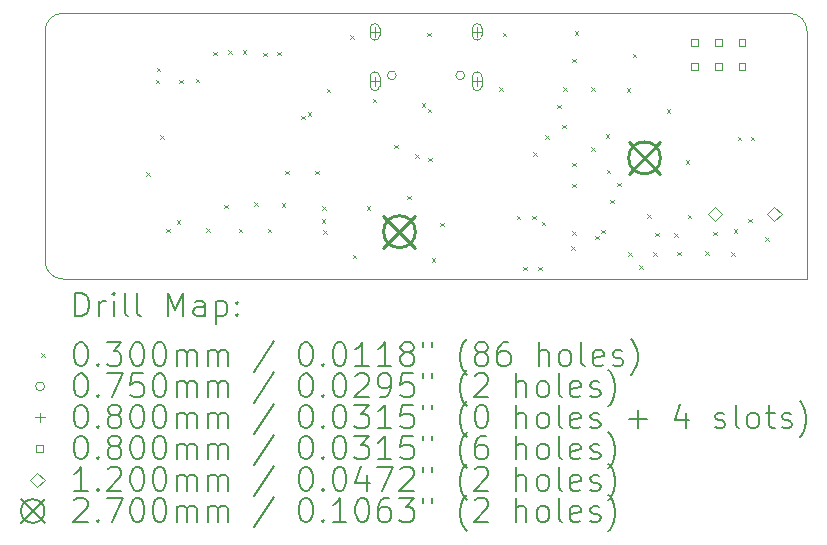
<source format=gbr>
%TF.GenerationSoftware,KiCad,Pcbnew,9.0.0-9.0.0-2~ubuntu22.04.1*%
%TF.CreationDate,2025-03-23T22:02:49+01:00*%
%TF.ProjectId,kicad_makespace_tutorial,6b696361-645f-46d6-916b-657370616365,v1*%
%TF.SameCoordinates,Original*%
%TF.FileFunction,Drillmap*%
%TF.FilePolarity,Positive*%
%FSLAX45Y45*%
G04 Gerber Fmt 4.5, Leading zero omitted, Abs format (unit mm)*
G04 Created by KiCad (PCBNEW 9.0.0-9.0.0-2~ubuntu22.04.1) date 2025-03-23 22:02:49*
%MOMM*%
%LPD*%
G01*
G04 APERTURE LIST*
%ADD10C,0.100000*%
%ADD11C,0.050000*%
%ADD12C,0.200000*%
%ADD13C,0.119989*%
%ADD14C,0.270000*%
G04 APERTURE END LIST*
D10*
X6450000Y-2250000D02*
X150000Y-2250000D01*
D11*
X0Y-150000D02*
G75*
G02*
X150000Y0I150000J0D01*
G01*
X150000Y-2250000D02*
G75*
G02*
X0Y-2100000I0J150000D01*
G01*
X6450000Y-2250000D02*
X6450000Y-150000D01*
X6309320Y0D02*
G75*
G02*
X6449999Y-150000I-9630J-150000D01*
G01*
D10*
X150000Y0D02*
X6309320Y0D01*
X0Y-2100000D02*
X0Y-150000D01*
D12*
D10*
X855000Y-1345000D02*
X885000Y-1375000D01*
X885000Y-1345000D02*
X855000Y-1375000D01*
X935000Y-565000D02*
X965000Y-595000D01*
X965000Y-565000D02*
X935000Y-595000D01*
X945000Y-460000D02*
X975000Y-490000D01*
X975000Y-460000D02*
X945000Y-490000D01*
X975000Y-1035000D02*
X1005000Y-1065000D01*
X1005000Y-1035000D02*
X975000Y-1065000D01*
X1025000Y-1825000D02*
X1055000Y-1855000D01*
X1055000Y-1825000D02*
X1025000Y-1855000D01*
X1115000Y-1755000D02*
X1145000Y-1785000D01*
X1145000Y-1755000D02*
X1115000Y-1785000D01*
X1135000Y-565000D02*
X1165000Y-595000D01*
X1165000Y-565000D02*
X1135000Y-595000D01*
X1275000Y-555000D02*
X1305000Y-585000D01*
X1305000Y-555000D02*
X1275000Y-585000D01*
X1365000Y-1820000D02*
X1395000Y-1850000D01*
X1395000Y-1820000D02*
X1365000Y-1850000D01*
X1424750Y-325000D02*
X1454750Y-355000D01*
X1454750Y-325000D02*
X1424750Y-355000D01*
X1515000Y-1620000D02*
X1545000Y-1650000D01*
X1545000Y-1620000D02*
X1515000Y-1650000D01*
X1551750Y-315000D02*
X1581750Y-345000D01*
X1581750Y-315000D02*
X1551750Y-345000D01*
X1640000Y-1825000D02*
X1670000Y-1855000D01*
X1670000Y-1825000D02*
X1640000Y-1855000D01*
X1675000Y-315000D02*
X1705000Y-345000D01*
X1705000Y-315000D02*
X1675000Y-345000D01*
X1770000Y-1600000D02*
X1800000Y-1630000D01*
X1800000Y-1600000D02*
X1770000Y-1630000D01*
X1845000Y-335000D02*
X1875000Y-365000D01*
X1875000Y-335000D02*
X1845000Y-365000D01*
X1885000Y-1825000D02*
X1915000Y-1855000D01*
X1915000Y-1825000D02*
X1885000Y-1855000D01*
X1965000Y-325000D02*
X1995000Y-355000D01*
X1995000Y-325000D02*
X1965000Y-355000D01*
X2005000Y-1610000D02*
X2035000Y-1640000D01*
X2035000Y-1610000D02*
X2005000Y-1640000D01*
X2035000Y-1335000D02*
X2065000Y-1365000D01*
X2065000Y-1335000D02*
X2035000Y-1365000D01*
X2168000Y-869000D02*
X2198000Y-899000D01*
X2198000Y-869000D02*
X2168000Y-899000D01*
X2225000Y-840000D02*
X2255000Y-870000D01*
X2255000Y-840000D02*
X2225000Y-870000D01*
X2285000Y-1335000D02*
X2315000Y-1365000D01*
X2315000Y-1335000D02*
X2285000Y-1365000D01*
X2341000Y-1746000D02*
X2371000Y-1776000D01*
X2371000Y-1746000D02*
X2341000Y-1776000D01*
X2345000Y-1635000D02*
X2375000Y-1665000D01*
X2375000Y-1635000D02*
X2345000Y-1665000D01*
X2353000Y-1836000D02*
X2383000Y-1866000D01*
X2383000Y-1836000D02*
X2353000Y-1866000D01*
X2385000Y-640000D02*
X2415000Y-670000D01*
X2415000Y-640000D02*
X2385000Y-670000D01*
X2585000Y-185000D02*
X2615000Y-215000D01*
X2615000Y-185000D02*
X2585000Y-215000D01*
X2605000Y-2045000D02*
X2635000Y-2075000D01*
X2635000Y-2045000D02*
X2605000Y-2075000D01*
X2725000Y-1635000D02*
X2755000Y-1665000D01*
X2755000Y-1635000D02*
X2725000Y-1665000D01*
X2775000Y-725000D02*
X2805000Y-755000D01*
X2805000Y-725000D02*
X2775000Y-755000D01*
X2955000Y-1115000D02*
X2985000Y-1145000D01*
X2985000Y-1115000D02*
X2955000Y-1145000D01*
X3065000Y-1545000D02*
X3095000Y-1575000D01*
X3095000Y-1545000D02*
X3065000Y-1575000D01*
X3135000Y-1195000D02*
X3165000Y-1225000D01*
X3165000Y-1195000D02*
X3135000Y-1225000D01*
X3190251Y-760496D02*
X3220251Y-790496D01*
X3220251Y-760496D02*
X3190251Y-790496D01*
X3235000Y-165000D02*
X3265000Y-195000D01*
X3265000Y-165000D02*
X3235000Y-195000D01*
X3239749Y-809994D02*
X3269749Y-839994D01*
X3269749Y-809994D02*
X3239749Y-839994D01*
X3245000Y-1225000D02*
X3275000Y-1255000D01*
X3275000Y-1225000D02*
X3245000Y-1255000D01*
X3275000Y-2075000D02*
X3305000Y-2105000D01*
X3305000Y-2075000D02*
X3275000Y-2105000D01*
X3345000Y-1775000D02*
X3375000Y-1805000D01*
X3375000Y-1775000D02*
X3345000Y-1805000D01*
X3845000Y-625000D02*
X3875000Y-655000D01*
X3875000Y-625000D02*
X3845000Y-655000D01*
X3875000Y-165000D02*
X3905000Y-195000D01*
X3905000Y-165000D02*
X3875000Y-195000D01*
X3995000Y-1715000D02*
X4025000Y-1745000D01*
X4025000Y-1715000D02*
X3995000Y-1745000D01*
X4050000Y-2145000D02*
X4080000Y-2175000D01*
X4080000Y-2145000D02*
X4050000Y-2175000D01*
X4125000Y-1715000D02*
X4155000Y-1745000D01*
X4155000Y-1715000D02*
X4125000Y-1745000D01*
X4135000Y-1175000D02*
X4165000Y-1205000D01*
X4165000Y-1175000D02*
X4135000Y-1205000D01*
X4175000Y-2145000D02*
X4205000Y-2175000D01*
X4205000Y-2145000D02*
X4175000Y-2175000D01*
X4205000Y-1765000D02*
X4235000Y-1795000D01*
X4235000Y-1765000D02*
X4205000Y-1795000D01*
X4235000Y-1035000D02*
X4265000Y-1065000D01*
X4265000Y-1035000D02*
X4235000Y-1065000D01*
X4335000Y-775000D02*
X4365000Y-805000D01*
X4365000Y-775000D02*
X4335000Y-805000D01*
X4380000Y-945000D02*
X4410000Y-975000D01*
X4410000Y-945000D02*
X4380000Y-975000D01*
X4385000Y-625000D02*
X4415000Y-655000D01*
X4415000Y-625000D02*
X4385000Y-655000D01*
X4455000Y-1975000D02*
X4485000Y-2005000D01*
X4485000Y-1975000D02*
X4455000Y-2005000D01*
X4465000Y-385000D02*
X4495000Y-415000D01*
X4495000Y-385000D02*
X4465000Y-415000D01*
X4465000Y-1265000D02*
X4495000Y-1295000D01*
X4495000Y-1265000D02*
X4465000Y-1295000D01*
X4465000Y-1445000D02*
X4495000Y-1475000D01*
X4495000Y-1445000D02*
X4465000Y-1475000D01*
X4465000Y-1844000D02*
X4495000Y-1874000D01*
X4495000Y-1844000D02*
X4465000Y-1874000D01*
X4485000Y-155000D02*
X4515000Y-185000D01*
X4515000Y-155000D02*
X4485000Y-185000D01*
X4625000Y-625000D02*
X4655000Y-655000D01*
X4655000Y-625000D02*
X4625000Y-655000D01*
X4625000Y-1135000D02*
X4655000Y-1165000D01*
X4655000Y-1135000D02*
X4625000Y-1165000D01*
X4660000Y-1885000D02*
X4690000Y-1915000D01*
X4690000Y-1885000D02*
X4660000Y-1915000D01*
X4710000Y-1835000D02*
X4740000Y-1865000D01*
X4740000Y-1835000D02*
X4710000Y-1865000D01*
X4745000Y-1025000D02*
X4775000Y-1055000D01*
X4775000Y-1025000D02*
X4745000Y-1055000D01*
X4755000Y-1325000D02*
X4785000Y-1355000D01*
X4785000Y-1325000D02*
X4755000Y-1355000D01*
X4785000Y-1580000D02*
X4815000Y-1610000D01*
X4815000Y-1580000D02*
X4785000Y-1610000D01*
X4845000Y-1435000D02*
X4875000Y-1465000D01*
X4875000Y-1435000D02*
X4845000Y-1465000D01*
X4925000Y-635000D02*
X4955000Y-665000D01*
X4955000Y-635000D02*
X4925000Y-665000D01*
X4935000Y-2025000D02*
X4965000Y-2055000D01*
X4965000Y-2025000D02*
X4935000Y-2055000D01*
X4975000Y-345000D02*
X5005000Y-375000D01*
X5005000Y-345000D02*
X4975000Y-375000D01*
X5030000Y-2135000D02*
X5060000Y-2165000D01*
X5060000Y-2135000D02*
X5030000Y-2165000D01*
X5100000Y-1700000D02*
X5130000Y-1730000D01*
X5130000Y-1700000D02*
X5100000Y-1730000D01*
X5150000Y-2025000D02*
X5180000Y-2055000D01*
X5180000Y-2025000D02*
X5150000Y-2055000D01*
X5165000Y-1860000D02*
X5195000Y-1890000D01*
X5195000Y-1860000D02*
X5165000Y-1890000D01*
X5265000Y-815000D02*
X5295000Y-845000D01*
X5295000Y-815000D02*
X5265000Y-845000D01*
X5325000Y-1865000D02*
X5355000Y-1895000D01*
X5355000Y-1865000D02*
X5325000Y-1895000D01*
X5350000Y-2020000D02*
X5380000Y-2050000D01*
X5380000Y-2020000D02*
X5350000Y-2050000D01*
X5425000Y-1245000D02*
X5455000Y-1275000D01*
X5455000Y-1245000D02*
X5425000Y-1275000D01*
X5440000Y-1705000D02*
X5470000Y-1735000D01*
X5470000Y-1705000D02*
X5440000Y-1735000D01*
X5590000Y-2015000D02*
X5620000Y-2045000D01*
X5620000Y-2015000D02*
X5590000Y-2045000D01*
X5655000Y-1850000D02*
X5685000Y-1880000D01*
X5685000Y-1850000D02*
X5655000Y-1880000D01*
X5810000Y-2025000D02*
X5840000Y-2055000D01*
X5840000Y-2025000D02*
X5810000Y-2055000D01*
X5830000Y-1830000D02*
X5860000Y-1860000D01*
X5860000Y-1830000D02*
X5830000Y-1860000D01*
X5865000Y-1045000D02*
X5895000Y-1075000D01*
X5895000Y-1045000D02*
X5865000Y-1075000D01*
X5955000Y-1740000D02*
X5985000Y-1770000D01*
X5985000Y-1740000D02*
X5955000Y-1770000D01*
X5975000Y-1045000D02*
X6005000Y-1075000D01*
X6005000Y-1045000D02*
X5975000Y-1075000D01*
X6095000Y-1895000D02*
X6125000Y-1925000D01*
X6125000Y-1895000D02*
X6095000Y-1925000D01*
X2972500Y-526250D02*
G75*
G02*
X2897500Y-526250I-37500J0D01*
G01*
X2897500Y-526250D02*
G75*
G02*
X2972500Y-526250I37500J0D01*
G01*
X3552500Y-526250D02*
G75*
G02*
X3477500Y-526250I-37500J0D01*
G01*
X3477500Y-526250D02*
G75*
G02*
X3552500Y-526250I37500J0D01*
G01*
X2792000Y-118250D02*
X2792000Y-198250D01*
X2752000Y-158250D02*
X2832000Y-158250D01*
X2832000Y-188250D02*
X2832000Y-128250D01*
X2752000Y-128250D02*
G75*
G02*
X2832000Y-128250I40000J0D01*
G01*
X2752000Y-128250D02*
X2752000Y-188250D01*
X2752000Y-188250D02*
G75*
G03*
X2832000Y-188250I40000J0D01*
G01*
X2792000Y-536250D02*
X2792000Y-616250D01*
X2752000Y-576250D02*
X2832000Y-576250D01*
X2832000Y-616249D02*
X2832000Y-536251D01*
X2752000Y-536251D02*
G75*
G02*
X2832000Y-536251I40000J0D01*
G01*
X2752000Y-536251D02*
X2752000Y-616249D01*
X2752000Y-616249D02*
G75*
G03*
X2832000Y-616249I40000J0D01*
G01*
X3658000Y-118250D02*
X3658000Y-198250D01*
X3618000Y-158250D02*
X3698000Y-158250D01*
X3698000Y-188250D02*
X3698000Y-128250D01*
X3618000Y-128250D02*
G75*
G02*
X3698000Y-128250I40000J0D01*
G01*
X3618000Y-128250D02*
X3618000Y-188250D01*
X3618000Y-188250D02*
G75*
G03*
X3698000Y-188250I40000J0D01*
G01*
X3658000Y-536250D02*
X3658000Y-616250D01*
X3618000Y-576250D02*
X3698000Y-576250D01*
X3698000Y-616251D02*
X3698000Y-536249D01*
X3618000Y-536249D02*
G75*
G02*
X3698000Y-536249I40000J0D01*
G01*
X3618000Y-536249D02*
X3618000Y-616251D01*
X3618000Y-616251D02*
G75*
G03*
X3698000Y-616251I40000J0D01*
G01*
X5528285Y-278285D02*
X5528285Y-221715D01*
X5471716Y-221715D01*
X5471716Y-278285D01*
X5528285Y-278285D01*
X5528285Y-478284D02*
X5528285Y-421715D01*
X5471716Y-421715D01*
X5471716Y-478284D01*
X5528285Y-478284D01*
X5728284Y-278285D02*
X5728284Y-221715D01*
X5671715Y-221715D01*
X5671715Y-278285D01*
X5728284Y-278285D01*
X5728284Y-478284D02*
X5728284Y-421715D01*
X5671715Y-421715D01*
X5671715Y-478284D01*
X5728284Y-478284D01*
X5928284Y-278285D02*
X5928284Y-221715D01*
X5871715Y-221715D01*
X5871715Y-278285D01*
X5928284Y-278285D01*
X5928284Y-478284D02*
X5928284Y-421715D01*
X5871715Y-421715D01*
X5871715Y-478284D01*
X5928284Y-478284D01*
D13*
X5675000Y-1759995D02*
X5734995Y-1700000D01*
X5675000Y-1640005D01*
X5615005Y-1700000D01*
X5675000Y-1759995D01*
X6175000Y-1759995D02*
X6234995Y-1700000D01*
X6175000Y-1640005D01*
X6115005Y-1700000D01*
X6175000Y-1759995D01*
D14*
X2865000Y-1715000D02*
X3135000Y-1985000D01*
X3135000Y-1715000D02*
X2865000Y-1985000D01*
X3135000Y-1850000D02*
G75*
G02*
X2865000Y-1850000I-135000J0D01*
G01*
X2865000Y-1850000D02*
G75*
G02*
X3135000Y-1850000I135000J0D01*
G01*
X4940000Y-1090000D02*
X5210000Y-1360000D01*
X5210000Y-1090000D02*
X4940000Y-1360000D01*
X5210000Y-1225000D02*
G75*
G02*
X4940000Y-1225000I-135000J0D01*
G01*
X4940000Y-1225000D02*
G75*
G02*
X5210000Y-1225000I135000J0D01*
G01*
D12*
X255777Y-2566484D02*
X255777Y-2366484D01*
X255777Y-2366484D02*
X303396Y-2366484D01*
X303396Y-2366484D02*
X331967Y-2376008D01*
X331967Y-2376008D02*
X351015Y-2395055D01*
X351015Y-2395055D02*
X360539Y-2414103D01*
X360539Y-2414103D02*
X370062Y-2452198D01*
X370062Y-2452198D02*
X370062Y-2480770D01*
X370062Y-2480770D02*
X360539Y-2518865D01*
X360539Y-2518865D02*
X351015Y-2537912D01*
X351015Y-2537912D02*
X331967Y-2556960D01*
X331967Y-2556960D02*
X303396Y-2566484D01*
X303396Y-2566484D02*
X255777Y-2566484D01*
X455777Y-2566484D02*
X455777Y-2433150D01*
X455777Y-2471246D02*
X465300Y-2452198D01*
X465300Y-2452198D02*
X474824Y-2442674D01*
X474824Y-2442674D02*
X493872Y-2433150D01*
X493872Y-2433150D02*
X512920Y-2433150D01*
X579586Y-2566484D02*
X579586Y-2433150D01*
X579586Y-2366484D02*
X570062Y-2376008D01*
X570062Y-2376008D02*
X579586Y-2385531D01*
X579586Y-2385531D02*
X589110Y-2376008D01*
X589110Y-2376008D02*
X579586Y-2366484D01*
X579586Y-2366484D02*
X579586Y-2385531D01*
X703396Y-2566484D02*
X684348Y-2556960D01*
X684348Y-2556960D02*
X674824Y-2537912D01*
X674824Y-2537912D02*
X674824Y-2366484D01*
X808158Y-2566484D02*
X789110Y-2556960D01*
X789110Y-2556960D02*
X779586Y-2537912D01*
X779586Y-2537912D02*
X779586Y-2366484D01*
X1036729Y-2566484D02*
X1036729Y-2366484D01*
X1036729Y-2366484D02*
X1103396Y-2509341D01*
X1103396Y-2509341D02*
X1170062Y-2366484D01*
X1170062Y-2366484D02*
X1170062Y-2566484D01*
X1351015Y-2566484D02*
X1351015Y-2461722D01*
X1351015Y-2461722D02*
X1341491Y-2442674D01*
X1341491Y-2442674D02*
X1322443Y-2433150D01*
X1322443Y-2433150D02*
X1284348Y-2433150D01*
X1284348Y-2433150D02*
X1265301Y-2442674D01*
X1351015Y-2556960D02*
X1331967Y-2566484D01*
X1331967Y-2566484D02*
X1284348Y-2566484D01*
X1284348Y-2566484D02*
X1265301Y-2556960D01*
X1265301Y-2556960D02*
X1255777Y-2537912D01*
X1255777Y-2537912D02*
X1255777Y-2518865D01*
X1255777Y-2518865D02*
X1265301Y-2499817D01*
X1265301Y-2499817D02*
X1284348Y-2490293D01*
X1284348Y-2490293D02*
X1331967Y-2490293D01*
X1331967Y-2490293D02*
X1351015Y-2480770D01*
X1446253Y-2433150D02*
X1446253Y-2633150D01*
X1446253Y-2442674D02*
X1465300Y-2433150D01*
X1465300Y-2433150D02*
X1503396Y-2433150D01*
X1503396Y-2433150D02*
X1522443Y-2442674D01*
X1522443Y-2442674D02*
X1531967Y-2452198D01*
X1531967Y-2452198D02*
X1541491Y-2471246D01*
X1541491Y-2471246D02*
X1541491Y-2528389D01*
X1541491Y-2528389D02*
X1531967Y-2547436D01*
X1531967Y-2547436D02*
X1522443Y-2556960D01*
X1522443Y-2556960D02*
X1503396Y-2566484D01*
X1503396Y-2566484D02*
X1465300Y-2566484D01*
X1465300Y-2566484D02*
X1446253Y-2556960D01*
X1627205Y-2547436D02*
X1636729Y-2556960D01*
X1636729Y-2556960D02*
X1627205Y-2566484D01*
X1627205Y-2566484D02*
X1617681Y-2556960D01*
X1617681Y-2556960D02*
X1627205Y-2547436D01*
X1627205Y-2547436D02*
X1627205Y-2566484D01*
X1627205Y-2442674D02*
X1636729Y-2452198D01*
X1636729Y-2452198D02*
X1627205Y-2461722D01*
X1627205Y-2461722D02*
X1617681Y-2452198D01*
X1617681Y-2452198D02*
X1627205Y-2442674D01*
X1627205Y-2442674D02*
X1627205Y-2461722D01*
D10*
X-35000Y-2880000D02*
X-5000Y-2910000D01*
X-5000Y-2880000D02*
X-35000Y-2910000D01*
D12*
X293872Y-2786484D02*
X312920Y-2786484D01*
X312920Y-2786484D02*
X331967Y-2796008D01*
X331967Y-2796008D02*
X341491Y-2805531D01*
X341491Y-2805531D02*
X351015Y-2824579D01*
X351015Y-2824579D02*
X360539Y-2862674D01*
X360539Y-2862674D02*
X360539Y-2910293D01*
X360539Y-2910293D02*
X351015Y-2948388D01*
X351015Y-2948388D02*
X341491Y-2967436D01*
X341491Y-2967436D02*
X331967Y-2976960D01*
X331967Y-2976960D02*
X312920Y-2986484D01*
X312920Y-2986484D02*
X293872Y-2986484D01*
X293872Y-2986484D02*
X274824Y-2976960D01*
X274824Y-2976960D02*
X265301Y-2967436D01*
X265301Y-2967436D02*
X255777Y-2948388D01*
X255777Y-2948388D02*
X246253Y-2910293D01*
X246253Y-2910293D02*
X246253Y-2862674D01*
X246253Y-2862674D02*
X255777Y-2824579D01*
X255777Y-2824579D02*
X265301Y-2805531D01*
X265301Y-2805531D02*
X274824Y-2796008D01*
X274824Y-2796008D02*
X293872Y-2786484D01*
X446253Y-2967436D02*
X455777Y-2976960D01*
X455777Y-2976960D02*
X446253Y-2986484D01*
X446253Y-2986484D02*
X436729Y-2976960D01*
X436729Y-2976960D02*
X446253Y-2967436D01*
X446253Y-2967436D02*
X446253Y-2986484D01*
X522443Y-2786484D02*
X646253Y-2786484D01*
X646253Y-2786484D02*
X579586Y-2862674D01*
X579586Y-2862674D02*
X608158Y-2862674D01*
X608158Y-2862674D02*
X627205Y-2872198D01*
X627205Y-2872198D02*
X636729Y-2881722D01*
X636729Y-2881722D02*
X646253Y-2900769D01*
X646253Y-2900769D02*
X646253Y-2948388D01*
X646253Y-2948388D02*
X636729Y-2967436D01*
X636729Y-2967436D02*
X627205Y-2976960D01*
X627205Y-2976960D02*
X608158Y-2986484D01*
X608158Y-2986484D02*
X551015Y-2986484D01*
X551015Y-2986484D02*
X531967Y-2976960D01*
X531967Y-2976960D02*
X522443Y-2967436D01*
X770062Y-2786484D02*
X789110Y-2786484D01*
X789110Y-2786484D02*
X808158Y-2796008D01*
X808158Y-2796008D02*
X817681Y-2805531D01*
X817681Y-2805531D02*
X827205Y-2824579D01*
X827205Y-2824579D02*
X836729Y-2862674D01*
X836729Y-2862674D02*
X836729Y-2910293D01*
X836729Y-2910293D02*
X827205Y-2948388D01*
X827205Y-2948388D02*
X817681Y-2967436D01*
X817681Y-2967436D02*
X808158Y-2976960D01*
X808158Y-2976960D02*
X789110Y-2986484D01*
X789110Y-2986484D02*
X770062Y-2986484D01*
X770062Y-2986484D02*
X751015Y-2976960D01*
X751015Y-2976960D02*
X741491Y-2967436D01*
X741491Y-2967436D02*
X731967Y-2948388D01*
X731967Y-2948388D02*
X722443Y-2910293D01*
X722443Y-2910293D02*
X722443Y-2862674D01*
X722443Y-2862674D02*
X731967Y-2824579D01*
X731967Y-2824579D02*
X741491Y-2805531D01*
X741491Y-2805531D02*
X751015Y-2796008D01*
X751015Y-2796008D02*
X770062Y-2786484D01*
X960539Y-2786484D02*
X979586Y-2786484D01*
X979586Y-2786484D02*
X998634Y-2796008D01*
X998634Y-2796008D02*
X1008158Y-2805531D01*
X1008158Y-2805531D02*
X1017681Y-2824579D01*
X1017681Y-2824579D02*
X1027205Y-2862674D01*
X1027205Y-2862674D02*
X1027205Y-2910293D01*
X1027205Y-2910293D02*
X1017681Y-2948388D01*
X1017681Y-2948388D02*
X1008158Y-2967436D01*
X1008158Y-2967436D02*
X998634Y-2976960D01*
X998634Y-2976960D02*
X979586Y-2986484D01*
X979586Y-2986484D02*
X960539Y-2986484D01*
X960539Y-2986484D02*
X941491Y-2976960D01*
X941491Y-2976960D02*
X931967Y-2967436D01*
X931967Y-2967436D02*
X922443Y-2948388D01*
X922443Y-2948388D02*
X912920Y-2910293D01*
X912920Y-2910293D02*
X912920Y-2862674D01*
X912920Y-2862674D02*
X922443Y-2824579D01*
X922443Y-2824579D02*
X931967Y-2805531D01*
X931967Y-2805531D02*
X941491Y-2796008D01*
X941491Y-2796008D02*
X960539Y-2786484D01*
X1112920Y-2986484D02*
X1112920Y-2853150D01*
X1112920Y-2872198D02*
X1122443Y-2862674D01*
X1122443Y-2862674D02*
X1141491Y-2853150D01*
X1141491Y-2853150D02*
X1170063Y-2853150D01*
X1170063Y-2853150D02*
X1189110Y-2862674D01*
X1189110Y-2862674D02*
X1198634Y-2881722D01*
X1198634Y-2881722D02*
X1198634Y-2986484D01*
X1198634Y-2881722D02*
X1208158Y-2862674D01*
X1208158Y-2862674D02*
X1227205Y-2853150D01*
X1227205Y-2853150D02*
X1255777Y-2853150D01*
X1255777Y-2853150D02*
X1274824Y-2862674D01*
X1274824Y-2862674D02*
X1284348Y-2881722D01*
X1284348Y-2881722D02*
X1284348Y-2986484D01*
X1379586Y-2986484D02*
X1379586Y-2853150D01*
X1379586Y-2872198D02*
X1389110Y-2862674D01*
X1389110Y-2862674D02*
X1408158Y-2853150D01*
X1408158Y-2853150D02*
X1436729Y-2853150D01*
X1436729Y-2853150D02*
X1455777Y-2862674D01*
X1455777Y-2862674D02*
X1465301Y-2881722D01*
X1465301Y-2881722D02*
X1465301Y-2986484D01*
X1465301Y-2881722D02*
X1474824Y-2862674D01*
X1474824Y-2862674D02*
X1493872Y-2853150D01*
X1493872Y-2853150D02*
X1522443Y-2853150D01*
X1522443Y-2853150D02*
X1541491Y-2862674D01*
X1541491Y-2862674D02*
X1551015Y-2881722D01*
X1551015Y-2881722D02*
X1551015Y-2986484D01*
X1941491Y-2776960D02*
X1770063Y-3034103D01*
X2198634Y-2786484D02*
X2217682Y-2786484D01*
X2217682Y-2786484D02*
X2236729Y-2796008D01*
X2236729Y-2796008D02*
X2246253Y-2805531D01*
X2246253Y-2805531D02*
X2255777Y-2824579D01*
X2255777Y-2824579D02*
X2265301Y-2862674D01*
X2265301Y-2862674D02*
X2265301Y-2910293D01*
X2265301Y-2910293D02*
X2255777Y-2948388D01*
X2255777Y-2948388D02*
X2246253Y-2967436D01*
X2246253Y-2967436D02*
X2236729Y-2976960D01*
X2236729Y-2976960D02*
X2217682Y-2986484D01*
X2217682Y-2986484D02*
X2198634Y-2986484D01*
X2198634Y-2986484D02*
X2179586Y-2976960D01*
X2179586Y-2976960D02*
X2170063Y-2967436D01*
X2170063Y-2967436D02*
X2160539Y-2948388D01*
X2160539Y-2948388D02*
X2151015Y-2910293D01*
X2151015Y-2910293D02*
X2151015Y-2862674D01*
X2151015Y-2862674D02*
X2160539Y-2824579D01*
X2160539Y-2824579D02*
X2170063Y-2805531D01*
X2170063Y-2805531D02*
X2179586Y-2796008D01*
X2179586Y-2796008D02*
X2198634Y-2786484D01*
X2351015Y-2967436D02*
X2360539Y-2976960D01*
X2360539Y-2976960D02*
X2351015Y-2986484D01*
X2351015Y-2986484D02*
X2341491Y-2976960D01*
X2341491Y-2976960D02*
X2351015Y-2967436D01*
X2351015Y-2967436D02*
X2351015Y-2986484D01*
X2484348Y-2786484D02*
X2503396Y-2786484D01*
X2503396Y-2786484D02*
X2522444Y-2796008D01*
X2522444Y-2796008D02*
X2531967Y-2805531D01*
X2531967Y-2805531D02*
X2541491Y-2824579D01*
X2541491Y-2824579D02*
X2551015Y-2862674D01*
X2551015Y-2862674D02*
X2551015Y-2910293D01*
X2551015Y-2910293D02*
X2541491Y-2948388D01*
X2541491Y-2948388D02*
X2531967Y-2967436D01*
X2531967Y-2967436D02*
X2522444Y-2976960D01*
X2522444Y-2976960D02*
X2503396Y-2986484D01*
X2503396Y-2986484D02*
X2484348Y-2986484D01*
X2484348Y-2986484D02*
X2465301Y-2976960D01*
X2465301Y-2976960D02*
X2455777Y-2967436D01*
X2455777Y-2967436D02*
X2446253Y-2948388D01*
X2446253Y-2948388D02*
X2436729Y-2910293D01*
X2436729Y-2910293D02*
X2436729Y-2862674D01*
X2436729Y-2862674D02*
X2446253Y-2824579D01*
X2446253Y-2824579D02*
X2455777Y-2805531D01*
X2455777Y-2805531D02*
X2465301Y-2796008D01*
X2465301Y-2796008D02*
X2484348Y-2786484D01*
X2741491Y-2986484D02*
X2627206Y-2986484D01*
X2684348Y-2986484D02*
X2684348Y-2786484D01*
X2684348Y-2786484D02*
X2665301Y-2815055D01*
X2665301Y-2815055D02*
X2646253Y-2834103D01*
X2646253Y-2834103D02*
X2627206Y-2843627D01*
X2931967Y-2986484D02*
X2817682Y-2986484D01*
X2874824Y-2986484D02*
X2874824Y-2786484D01*
X2874824Y-2786484D02*
X2855777Y-2815055D01*
X2855777Y-2815055D02*
X2836729Y-2834103D01*
X2836729Y-2834103D02*
X2817682Y-2843627D01*
X3046253Y-2872198D02*
X3027205Y-2862674D01*
X3027205Y-2862674D02*
X3017682Y-2853150D01*
X3017682Y-2853150D02*
X3008158Y-2834103D01*
X3008158Y-2834103D02*
X3008158Y-2824579D01*
X3008158Y-2824579D02*
X3017682Y-2805531D01*
X3017682Y-2805531D02*
X3027205Y-2796008D01*
X3027205Y-2796008D02*
X3046253Y-2786484D01*
X3046253Y-2786484D02*
X3084348Y-2786484D01*
X3084348Y-2786484D02*
X3103396Y-2796008D01*
X3103396Y-2796008D02*
X3112920Y-2805531D01*
X3112920Y-2805531D02*
X3122444Y-2824579D01*
X3122444Y-2824579D02*
X3122444Y-2834103D01*
X3122444Y-2834103D02*
X3112920Y-2853150D01*
X3112920Y-2853150D02*
X3103396Y-2862674D01*
X3103396Y-2862674D02*
X3084348Y-2872198D01*
X3084348Y-2872198D02*
X3046253Y-2872198D01*
X3046253Y-2872198D02*
X3027205Y-2881722D01*
X3027205Y-2881722D02*
X3017682Y-2891246D01*
X3017682Y-2891246D02*
X3008158Y-2910293D01*
X3008158Y-2910293D02*
X3008158Y-2948388D01*
X3008158Y-2948388D02*
X3017682Y-2967436D01*
X3017682Y-2967436D02*
X3027205Y-2976960D01*
X3027205Y-2976960D02*
X3046253Y-2986484D01*
X3046253Y-2986484D02*
X3084348Y-2986484D01*
X3084348Y-2986484D02*
X3103396Y-2976960D01*
X3103396Y-2976960D02*
X3112920Y-2967436D01*
X3112920Y-2967436D02*
X3122444Y-2948388D01*
X3122444Y-2948388D02*
X3122444Y-2910293D01*
X3122444Y-2910293D02*
X3112920Y-2891246D01*
X3112920Y-2891246D02*
X3103396Y-2881722D01*
X3103396Y-2881722D02*
X3084348Y-2872198D01*
X3198634Y-2786484D02*
X3198634Y-2824579D01*
X3274825Y-2786484D02*
X3274825Y-2824579D01*
X3570063Y-3062674D02*
X3560539Y-3053150D01*
X3560539Y-3053150D02*
X3541491Y-3024579D01*
X3541491Y-3024579D02*
X3531967Y-3005531D01*
X3531967Y-3005531D02*
X3522444Y-2976960D01*
X3522444Y-2976960D02*
X3512920Y-2929341D01*
X3512920Y-2929341D02*
X3512920Y-2891246D01*
X3512920Y-2891246D02*
X3522444Y-2843627D01*
X3522444Y-2843627D02*
X3531967Y-2815055D01*
X3531967Y-2815055D02*
X3541491Y-2796008D01*
X3541491Y-2796008D02*
X3560539Y-2767436D01*
X3560539Y-2767436D02*
X3570063Y-2757912D01*
X3674825Y-2872198D02*
X3655777Y-2862674D01*
X3655777Y-2862674D02*
X3646253Y-2853150D01*
X3646253Y-2853150D02*
X3636729Y-2834103D01*
X3636729Y-2834103D02*
X3636729Y-2824579D01*
X3636729Y-2824579D02*
X3646253Y-2805531D01*
X3646253Y-2805531D02*
X3655777Y-2796008D01*
X3655777Y-2796008D02*
X3674825Y-2786484D01*
X3674825Y-2786484D02*
X3712920Y-2786484D01*
X3712920Y-2786484D02*
X3731967Y-2796008D01*
X3731967Y-2796008D02*
X3741491Y-2805531D01*
X3741491Y-2805531D02*
X3751015Y-2824579D01*
X3751015Y-2824579D02*
X3751015Y-2834103D01*
X3751015Y-2834103D02*
X3741491Y-2853150D01*
X3741491Y-2853150D02*
X3731967Y-2862674D01*
X3731967Y-2862674D02*
X3712920Y-2872198D01*
X3712920Y-2872198D02*
X3674825Y-2872198D01*
X3674825Y-2872198D02*
X3655777Y-2881722D01*
X3655777Y-2881722D02*
X3646253Y-2891246D01*
X3646253Y-2891246D02*
X3636729Y-2910293D01*
X3636729Y-2910293D02*
X3636729Y-2948388D01*
X3636729Y-2948388D02*
X3646253Y-2967436D01*
X3646253Y-2967436D02*
X3655777Y-2976960D01*
X3655777Y-2976960D02*
X3674825Y-2986484D01*
X3674825Y-2986484D02*
X3712920Y-2986484D01*
X3712920Y-2986484D02*
X3731967Y-2976960D01*
X3731967Y-2976960D02*
X3741491Y-2967436D01*
X3741491Y-2967436D02*
X3751015Y-2948388D01*
X3751015Y-2948388D02*
X3751015Y-2910293D01*
X3751015Y-2910293D02*
X3741491Y-2891246D01*
X3741491Y-2891246D02*
X3731967Y-2881722D01*
X3731967Y-2881722D02*
X3712920Y-2872198D01*
X3922444Y-2786484D02*
X3884348Y-2786484D01*
X3884348Y-2786484D02*
X3865301Y-2796008D01*
X3865301Y-2796008D02*
X3855777Y-2805531D01*
X3855777Y-2805531D02*
X3836729Y-2834103D01*
X3836729Y-2834103D02*
X3827206Y-2872198D01*
X3827206Y-2872198D02*
X3827206Y-2948388D01*
X3827206Y-2948388D02*
X3836729Y-2967436D01*
X3836729Y-2967436D02*
X3846253Y-2976960D01*
X3846253Y-2976960D02*
X3865301Y-2986484D01*
X3865301Y-2986484D02*
X3903396Y-2986484D01*
X3903396Y-2986484D02*
X3922444Y-2976960D01*
X3922444Y-2976960D02*
X3931967Y-2967436D01*
X3931967Y-2967436D02*
X3941491Y-2948388D01*
X3941491Y-2948388D02*
X3941491Y-2900769D01*
X3941491Y-2900769D02*
X3931967Y-2881722D01*
X3931967Y-2881722D02*
X3922444Y-2872198D01*
X3922444Y-2872198D02*
X3903396Y-2862674D01*
X3903396Y-2862674D02*
X3865301Y-2862674D01*
X3865301Y-2862674D02*
X3846253Y-2872198D01*
X3846253Y-2872198D02*
X3836729Y-2881722D01*
X3836729Y-2881722D02*
X3827206Y-2900769D01*
X4179587Y-2986484D02*
X4179587Y-2786484D01*
X4265301Y-2986484D02*
X4265301Y-2881722D01*
X4265301Y-2881722D02*
X4255777Y-2862674D01*
X4255777Y-2862674D02*
X4236730Y-2853150D01*
X4236730Y-2853150D02*
X4208158Y-2853150D01*
X4208158Y-2853150D02*
X4189110Y-2862674D01*
X4189110Y-2862674D02*
X4179587Y-2872198D01*
X4389110Y-2986484D02*
X4370063Y-2976960D01*
X4370063Y-2976960D02*
X4360539Y-2967436D01*
X4360539Y-2967436D02*
X4351015Y-2948388D01*
X4351015Y-2948388D02*
X4351015Y-2891246D01*
X4351015Y-2891246D02*
X4360539Y-2872198D01*
X4360539Y-2872198D02*
X4370063Y-2862674D01*
X4370063Y-2862674D02*
X4389110Y-2853150D01*
X4389110Y-2853150D02*
X4417682Y-2853150D01*
X4417682Y-2853150D02*
X4436730Y-2862674D01*
X4436730Y-2862674D02*
X4446253Y-2872198D01*
X4446253Y-2872198D02*
X4455777Y-2891246D01*
X4455777Y-2891246D02*
X4455777Y-2948388D01*
X4455777Y-2948388D02*
X4446253Y-2967436D01*
X4446253Y-2967436D02*
X4436730Y-2976960D01*
X4436730Y-2976960D02*
X4417682Y-2986484D01*
X4417682Y-2986484D02*
X4389110Y-2986484D01*
X4570063Y-2986484D02*
X4551015Y-2976960D01*
X4551015Y-2976960D02*
X4541491Y-2957912D01*
X4541491Y-2957912D02*
X4541491Y-2786484D01*
X4722444Y-2976960D02*
X4703396Y-2986484D01*
X4703396Y-2986484D02*
X4665301Y-2986484D01*
X4665301Y-2986484D02*
X4646253Y-2976960D01*
X4646253Y-2976960D02*
X4636730Y-2957912D01*
X4636730Y-2957912D02*
X4636730Y-2881722D01*
X4636730Y-2881722D02*
X4646253Y-2862674D01*
X4646253Y-2862674D02*
X4665301Y-2853150D01*
X4665301Y-2853150D02*
X4703396Y-2853150D01*
X4703396Y-2853150D02*
X4722444Y-2862674D01*
X4722444Y-2862674D02*
X4731968Y-2881722D01*
X4731968Y-2881722D02*
X4731968Y-2900769D01*
X4731968Y-2900769D02*
X4636730Y-2919817D01*
X4808158Y-2976960D02*
X4827206Y-2986484D01*
X4827206Y-2986484D02*
X4865301Y-2986484D01*
X4865301Y-2986484D02*
X4884349Y-2976960D01*
X4884349Y-2976960D02*
X4893872Y-2957912D01*
X4893872Y-2957912D02*
X4893872Y-2948388D01*
X4893872Y-2948388D02*
X4884349Y-2929341D01*
X4884349Y-2929341D02*
X4865301Y-2919817D01*
X4865301Y-2919817D02*
X4836730Y-2919817D01*
X4836730Y-2919817D02*
X4817682Y-2910293D01*
X4817682Y-2910293D02*
X4808158Y-2891246D01*
X4808158Y-2891246D02*
X4808158Y-2881722D01*
X4808158Y-2881722D02*
X4817682Y-2862674D01*
X4817682Y-2862674D02*
X4836730Y-2853150D01*
X4836730Y-2853150D02*
X4865301Y-2853150D01*
X4865301Y-2853150D02*
X4884349Y-2862674D01*
X4960539Y-3062674D02*
X4970063Y-3053150D01*
X4970063Y-3053150D02*
X4989111Y-3024579D01*
X4989111Y-3024579D02*
X4998634Y-3005531D01*
X4998634Y-3005531D02*
X5008158Y-2976960D01*
X5008158Y-2976960D02*
X5017682Y-2929341D01*
X5017682Y-2929341D02*
X5017682Y-2891246D01*
X5017682Y-2891246D02*
X5008158Y-2843627D01*
X5008158Y-2843627D02*
X4998634Y-2815055D01*
X4998634Y-2815055D02*
X4989111Y-2796008D01*
X4989111Y-2796008D02*
X4970063Y-2767436D01*
X4970063Y-2767436D02*
X4960539Y-2757912D01*
D10*
X-5000Y-3159000D02*
G75*
G02*
X-80000Y-3159000I-37500J0D01*
G01*
X-80000Y-3159000D02*
G75*
G02*
X-5000Y-3159000I37500J0D01*
G01*
D12*
X293872Y-3050484D02*
X312920Y-3050484D01*
X312920Y-3050484D02*
X331967Y-3060008D01*
X331967Y-3060008D02*
X341491Y-3069531D01*
X341491Y-3069531D02*
X351015Y-3088579D01*
X351015Y-3088579D02*
X360539Y-3126674D01*
X360539Y-3126674D02*
X360539Y-3174293D01*
X360539Y-3174293D02*
X351015Y-3212388D01*
X351015Y-3212388D02*
X341491Y-3231436D01*
X341491Y-3231436D02*
X331967Y-3240960D01*
X331967Y-3240960D02*
X312920Y-3250484D01*
X312920Y-3250484D02*
X293872Y-3250484D01*
X293872Y-3250484D02*
X274824Y-3240960D01*
X274824Y-3240960D02*
X265301Y-3231436D01*
X265301Y-3231436D02*
X255777Y-3212388D01*
X255777Y-3212388D02*
X246253Y-3174293D01*
X246253Y-3174293D02*
X246253Y-3126674D01*
X246253Y-3126674D02*
X255777Y-3088579D01*
X255777Y-3088579D02*
X265301Y-3069531D01*
X265301Y-3069531D02*
X274824Y-3060008D01*
X274824Y-3060008D02*
X293872Y-3050484D01*
X446253Y-3231436D02*
X455777Y-3240960D01*
X455777Y-3240960D02*
X446253Y-3250484D01*
X446253Y-3250484D02*
X436729Y-3240960D01*
X436729Y-3240960D02*
X446253Y-3231436D01*
X446253Y-3231436D02*
X446253Y-3250484D01*
X522443Y-3050484D02*
X655777Y-3050484D01*
X655777Y-3050484D02*
X570062Y-3250484D01*
X827205Y-3050484D02*
X731967Y-3050484D01*
X731967Y-3050484D02*
X722443Y-3145722D01*
X722443Y-3145722D02*
X731967Y-3136198D01*
X731967Y-3136198D02*
X751015Y-3126674D01*
X751015Y-3126674D02*
X798634Y-3126674D01*
X798634Y-3126674D02*
X817681Y-3136198D01*
X817681Y-3136198D02*
X827205Y-3145722D01*
X827205Y-3145722D02*
X836729Y-3164769D01*
X836729Y-3164769D02*
X836729Y-3212388D01*
X836729Y-3212388D02*
X827205Y-3231436D01*
X827205Y-3231436D02*
X817681Y-3240960D01*
X817681Y-3240960D02*
X798634Y-3250484D01*
X798634Y-3250484D02*
X751015Y-3250484D01*
X751015Y-3250484D02*
X731967Y-3240960D01*
X731967Y-3240960D02*
X722443Y-3231436D01*
X960539Y-3050484D02*
X979586Y-3050484D01*
X979586Y-3050484D02*
X998634Y-3060008D01*
X998634Y-3060008D02*
X1008158Y-3069531D01*
X1008158Y-3069531D02*
X1017681Y-3088579D01*
X1017681Y-3088579D02*
X1027205Y-3126674D01*
X1027205Y-3126674D02*
X1027205Y-3174293D01*
X1027205Y-3174293D02*
X1017681Y-3212388D01*
X1017681Y-3212388D02*
X1008158Y-3231436D01*
X1008158Y-3231436D02*
X998634Y-3240960D01*
X998634Y-3240960D02*
X979586Y-3250484D01*
X979586Y-3250484D02*
X960539Y-3250484D01*
X960539Y-3250484D02*
X941491Y-3240960D01*
X941491Y-3240960D02*
X931967Y-3231436D01*
X931967Y-3231436D02*
X922443Y-3212388D01*
X922443Y-3212388D02*
X912920Y-3174293D01*
X912920Y-3174293D02*
X912920Y-3126674D01*
X912920Y-3126674D02*
X922443Y-3088579D01*
X922443Y-3088579D02*
X931967Y-3069531D01*
X931967Y-3069531D02*
X941491Y-3060008D01*
X941491Y-3060008D02*
X960539Y-3050484D01*
X1112920Y-3250484D02*
X1112920Y-3117150D01*
X1112920Y-3136198D02*
X1122443Y-3126674D01*
X1122443Y-3126674D02*
X1141491Y-3117150D01*
X1141491Y-3117150D02*
X1170063Y-3117150D01*
X1170063Y-3117150D02*
X1189110Y-3126674D01*
X1189110Y-3126674D02*
X1198634Y-3145722D01*
X1198634Y-3145722D02*
X1198634Y-3250484D01*
X1198634Y-3145722D02*
X1208158Y-3126674D01*
X1208158Y-3126674D02*
X1227205Y-3117150D01*
X1227205Y-3117150D02*
X1255777Y-3117150D01*
X1255777Y-3117150D02*
X1274824Y-3126674D01*
X1274824Y-3126674D02*
X1284348Y-3145722D01*
X1284348Y-3145722D02*
X1284348Y-3250484D01*
X1379586Y-3250484D02*
X1379586Y-3117150D01*
X1379586Y-3136198D02*
X1389110Y-3126674D01*
X1389110Y-3126674D02*
X1408158Y-3117150D01*
X1408158Y-3117150D02*
X1436729Y-3117150D01*
X1436729Y-3117150D02*
X1455777Y-3126674D01*
X1455777Y-3126674D02*
X1465301Y-3145722D01*
X1465301Y-3145722D02*
X1465301Y-3250484D01*
X1465301Y-3145722D02*
X1474824Y-3126674D01*
X1474824Y-3126674D02*
X1493872Y-3117150D01*
X1493872Y-3117150D02*
X1522443Y-3117150D01*
X1522443Y-3117150D02*
X1541491Y-3126674D01*
X1541491Y-3126674D02*
X1551015Y-3145722D01*
X1551015Y-3145722D02*
X1551015Y-3250484D01*
X1941491Y-3040960D02*
X1770063Y-3298103D01*
X2198634Y-3050484D02*
X2217682Y-3050484D01*
X2217682Y-3050484D02*
X2236729Y-3060008D01*
X2236729Y-3060008D02*
X2246253Y-3069531D01*
X2246253Y-3069531D02*
X2255777Y-3088579D01*
X2255777Y-3088579D02*
X2265301Y-3126674D01*
X2265301Y-3126674D02*
X2265301Y-3174293D01*
X2265301Y-3174293D02*
X2255777Y-3212388D01*
X2255777Y-3212388D02*
X2246253Y-3231436D01*
X2246253Y-3231436D02*
X2236729Y-3240960D01*
X2236729Y-3240960D02*
X2217682Y-3250484D01*
X2217682Y-3250484D02*
X2198634Y-3250484D01*
X2198634Y-3250484D02*
X2179586Y-3240960D01*
X2179586Y-3240960D02*
X2170063Y-3231436D01*
X2170063Y-3231436D02*
X2160539Y-3212388D01*
X2160539Y-3212388D02*
X2151015Y-3174293D01*
X2151015Y-3174293D02*
X2151015Y-3126674D01*
X2151015Y-3126674D02*
X2160539Y-3088579D01*
X2160539Y-3088579D02*
X2170063Y-3069531D01*
X2170063Y-3069531D02*
X2179586Y-3060008D01*
X2179586Y-3060008D02*
X2198634Y-3050484D01*
X2351015Y-3231436D02*
X2360539Y-3240960D01*
X2360539Y-3240960D02*
X2351015Y-3250484D01*
X2351015Y-3250484D02*
X2341491Y-3240960D01*
X2341491Y-3240960D02*
X2351015Y-3231436D01*
X2351015Y-3231436D02*
X2351015Y-3250484D01*
X2484348Y-3050484D02*
X2503396Y-3050484D01*
X2503396Y-3050484D02*
X2522444Y-3060008D01*
X2522444Y-3060008D02*
X2531967Y-3069531D01*
X2531967Y-3069531D02*
X2541491Y-3088579D01*
X2541491Y-3088579D02*
X2551015Y-3126674D01*
X2551015Y-3126674D02*
X2551015Y-3174293D01*
X2551015Y-3174293D02*
X2541491Y-3212388D01*
X2541491Y-3212388D02*
X2531967Y-3231436D01*
X2531967Y-3231436D02*
X2522444Y-3240960D01*
X2522444Y-3240960D02*
X2503396Y-3250484D01*
X2503396Y-3250484D02*
X2484348Y-3250484D01*
X2484348Y-3250484D02*
X2465301Y-3240960D01*
X2465301Y-3240960D02*
X2455777Y-3231436D01*
X2455777Y-3231436D02*
X2446253Y-3212388D01*
X2446253Y-3212388D02*
X2436729Y-3174293D01*
X2436729Y-3174293D02*
X2436729Y-3126674D01*
X2436729Y-3126674D02*
X2446253Y-3088579D01*
X2446253Y-3088579D02*
X2455777Y-3069531D01*
X2455777Y-3069531D02*
X2465301Y-3060008D01*
X2465301Y-3060008D02*
X2484348Y-3050484D01*
X2627206Y-3069531D02*
X2636729Y-3060008D01*
X2636729Y-3060008D02*
X2655777Y-3050484D01*
X2655777Y-3050484D02*
X2703396Y-3050484D01*
X2703396Y-3050484D02*
X2722444Y-3060008D01*
X2722444Y-3060008D02*
X2731967Y-3069531D01*
X2731967Y-3069531D02*
X2741491Y-3088579D01*
X2741491Y-3088579D02*
X2741491Y-3107627D01*
X2741491Y-3107627D02*
X2731967Y-3136198D01*
X2731967Y-3136198D02*
X2617682Y-3250484D01*
X2617682Y-3250484D02*
X2741491Y-3250484D01*
X2836729Y-3250484D02*
X2874824Y-3250484D01*
X2874824Y-3250484D02*
X2893872Y-3240960D01*
X2893872Y-3240960D02*
X2903396Y-3231436D01*
X2903396Y-3231436D02*
X2922444Y-3202865D01*
X2922444Y-3202865D02*
X2931967Y-3164769D01*
X2931967Y-3164769D02*
X2931967Y-3088579D01*
X2931967Y-3088579D02*
X2922444Y-3069531D01*
X2922444Y-3069531D02*
X2912920Y-3060008D01*
X2912920Y-3060008D02*
X2893872Y-3050484D01*
X2893872Y-3050484D02*
X2855777Y-3050484D01*
X2855777Y-3050484D02*
X2836729Y-3060008D01*
X2836729Y-3060008D02*
X2827205Y-3069531D01*
X2827205Y-3069531D02*
X2817682Y-3088579D01*
X2817682Y-3088579D02*
X2817682Y-3136198D01*
X2817682Y-3136198D02*
X2827205Y-3155246D01*
X2827205Y-3155246D02*
X2836729Y-3164769D01*
X2836729Y-3164769D02*
X2855777Y-3174293D01*
X2855777Y-3174293D02*
X2893872Y-3174293D01*
X2893872Y-3174293D02*
X2912920Y-3164769D01*
X2912920Y-3164769D02*
X2922444Y-3155246D01*
X2922444Y-3155246D02*
X2931967Y-3136198D01*
X3112920Y-3050484D02*
X3017682Y-3050484D01*
X3017682Y-3050484D02*
X3008158Y-3145722D01*
X3008158Y-3145722D02*
X3017682Y-3136198D01*
X3017682Y-3136198D02*
X3036729Y-3126674D01*
X3036729Y-3126674D02*
X3084348Y-3126674D01*
X3084348Y-3126674D02*
X3103396Y-3136198D01*
X3103396Y-3136198D02*
X3112920Y-3145722D01*
X3112920Y-3145722D02*
X3122444Y-3164769D01*
X3122444Y-3164769D02*
X3122444Y-3212388D01*
X3122444Y-3212388D02*
X3112920Y-3231436D01*
X3112920Y-3231436D02*
X3103396Y-3240960D01*
X3103396Y-3240960D02*
X3084348Y-3250484D01*
X3084348Y-3250484D02*
X3036729Y-3250484D01*
X3036729Y-3250484D02*
X3017682Y-3240960D01*
X3017682Y-3240960D02*
X3008158Y-3231436D01*
X3198634Y-3050484D02*
X3198634Y-3088579D01*
X3274825Y-3050484D02*
X3274825Y-3088579D01*
X3570063Y-3326674D02*
X3560539Y-3317150D01*
X3560539Y-3317150D02*
X3541491Y-3288579D01*
X3541491Y-3288579D02*
X3531967Y-3269531D01*
X3531967Y-3269531D02*
X3522444Y-3240960D01*
X3522444Y-3240960D02*
X3512920Y-3193341D01*
X3512920Y-3193341D02*
X3512920Y-3155246D01*
X3512920Y-3155246D02*
X3522444Y-3107627D01*
X3522444Y-3107627D02*
X3531967Y-3079055D01*
X3531967Y-3079055D02*
X3541491Y-3060008D01*
X3541491Y-3060008D02*
X3560539Y-3031436D01*
X3560539Y-3031436D02*
X3570063Y-3021912D01*
X3636729Y-3069531D02*
X3646253Y-3060008D01*
X3646253Y-3060008D02*
X3665301Y-3050484D01*
X3665301Y-3050484D02*
X3712920Y-3050484D01*
X3712920Y-3050484D02*
X3731967Y-3060008D01*
X3731967Y-3060008D02*
X3741491Y-3069531D01*
X3741491Y-3069531D02*
X3751015Y-3088579D01*
X3751015Y-3088579D02*
X3751015Y-3107627D01*
X3751015Y-3107627D02*
X3741491Y-3136198D01*
X3741491Y-3136198D02*
X3627206Y-3250484D01*
X3627206Y-3250484D02*
X3751015Y-3250484D01*
X3989110Y-3250484D02*
X3989110Y-3050484D01*
X4074825Y-3250484D02*
X4074825Y-3145722D01*
X4074825Y-3145722D02*
X4065301Y-3126674D01*
X4065301Y-3126674D02*
X4046253Y-3117150D01*
X4046253Y-3117150D02*
X4017682Y-3117150D01*
X4017682Y-3117150D02*
X3998634Y-3126674D01*
X3998634Y-3126674D02*
X3989110Y-3136198D01*
X4198634Y-3250484D02*
X4179587Y-3240960D01*
X4179587Y-3240960D02*
X4170063Y-3231436D01*
X4170063Y-3231436D02*
X4160539Y-3212388D01*
X4160539Y-3212388D02*
X4160539Y-3155246D01*
X4160539Y-3155246D02*
X4170063Y-3136198D01*
X4170063Y-3136198D02*
X4179587Y-3126674D01*
X4179587Y-3126674D02*
X4198634Y-3117150D01*
X4198634Y-3117150D02*
X4227206Y-3117150D01*
X4227206Y-3117150D02*
X4246253Y-3126674D01*
X4246253Y-3126674D02*
X4255777Y-3136198D01*
X4255777Y-3136198D02*
X4265301Y-3155246D01*
X4265301Y-3155246D02*
X4265301Y-3212388D01*
X4265301Y-3212388D02*
X4255777Y-3231436D01*
X4255777Y-3231436D02*
X4246253Y-3240960D01*
X4246253Y-3240960D02*
X4227206Y-3250484D01*
X4227206Y-3250484D02*
X4198634Y-3250484D01*
X4379587Y-3250484D02*
X4360539Y-3240960D01*
X4360539Y-3240960D02*
X4351015Y-3221912D01*
X4351015Y-3221912D02*
X4351015Y-3050484D01*
X4531968Y-3240960D02*
X4512920Y-3250484D01*
X4512920Y-3250484D02*
X4474825Y-3250484D01*
X4474825Y-3250484D02*
X4455777Y-3240960D01*
X4455777Y-3240960D02*
X4446253Y-3221912D01*
X4446253Y-3221912D02*
X4446253Y-3145722D01*
X4446253Y-3145722D02*
X4455777Y-3126674D01*
X4455777Y-3126674D02*
X4474825Y-3117150D01*
X4474825Y-3117150D02*
X4512920Y-3117150D01*
X4512920Y-3117150D02*
X4531968Y-3126674D01*
X4531968Y-3126674D02*
X4541491Y-3145722D01*
X4541491Y-3145722D02*
X4541491Y-3164769D01*
X4541491Y-3164769D02*
X4446253Y-3183817D01*
X4617682Y-3240960D02*
X4636730Y-3250484D01*
X4636730Y-3250484D02*
X4674825Y-3250484D01*
X4674825Y-3250484D02*
X4693872Y-3240960D01*
X4693872Y-3240960D02*
X4703396Y-3221912D01*
X4703396Y-3221912D02*
X4703396Y-3212388D01*
X4703396Y-3212388D02*
X4693872Y-3193341D01*
X4693872Y-3193341D02*
X4674825Y-3183817D01*
X4674825Y-3183817D02*
X4646253Y-3183817D01*
X4646253Y-3183817D02*
X4627206Y-3174293D01*
X4627206Y-3174293D02*
X4617682Y-3155246D01*
X4617682Y-3155246D02*
X4617682Y-3145722D01*
X4617682Y-3145722D02*
X4627206Y-3126674D01*
X4627206Y-3126674D02*
X4646253Y-3117150D01*
X4646253Y-3117150D02*
X4674825Y-3117150D01*
X4674825Y-3117150D02*
X4693872Y-3126674D01*
X4770063Y-3326674D02*
X4779587Y-3317150D01*
X4779587Y-3317150D02*
X4798634Y-3288579D01*
X4798634Y-3288579D02*
X4808158Y-3269531D01*
X4808158Y-3269531D02*
X4817682Y-3240960D01*
X4817682Y-3240960D02*
X4827206Y-3193341D01*
X4827206Y-3193341D02*
X4827206Y-3155246D01*
X4827206Y-3155246D02*
X4817682Y-3107627D01*
X4817682Y-3107627D02*
X4808158Y-3079055D01*
X4808158Y-3079055D02*
X4798634Y-3060008D01*
X4798634Y-3060008D02*
X4779587Y-3031436D01*
X4779587Y-3031436D02*
X4770063Y-3021912D01*
D10*
X-45000Y-3383000D02*
X-45000Y-3463000D01*
X-85000Y-3423000D02*
X-5000Y-3423000D01*
D12*
X293872Y-3314484D02*
X312920Y-3314484D01*
X312920Y-3314484D02*
X331967Y-3324008D01*
X331967Y-3324008D02*
X341491Y-3333531D01*
X341491Y-3333531D02*
X351015Y-3352579D01*
X351015Y-3352579D02*
X360539Y-3390674D01*
X360539Y-3390674D02*
X360539Y-3438293D01*
X360539Y-3438293D02*
X351015Y-3476388D01*
X351015Y-3476388D02*
X341491Y-3495436D01*
X341491Y-3495436D02*
X331967Y-3504960D01*
X331967Y-3504960D02*
X312920Y-3514484D01*
X312920Y-3514484D02*
X293872Y-3514484D01*
X293872Y-3514484D02*
X274824Y-3504960D01*
X274824Y-3504960D02*
X265301Y-3495436D01*
X265301Y-3495436D02*
X255777Y-3476388D01*
X255777Y-3476388D02*
X246253Y-3438293D01*
X246253Y-3438293D02*
X246253Y-3390674D01*
X246253Y-3390674D02*
X255777Y-3352579D01*
X255777Y-3352579D02*
X265301Y-3333531D01*
X265301Y-3333531D02*
X274824Y-3324008D01*
X274824Y-3324008D02*
X293872Y-3314484D01*
X446253Y-3495436D02*
X455777Y-3504960D01*
X455777Y-3504960D02*
X446253Y-3514484D01*
X446253Y-3514484D02*
X436729Y-3504960D01*
X436729Y-3504960D02*
X446253Y-3495436D01*
X446253Y-3495436D02*
X446253Y-3514484D01*
X570062Y-3400198D02*
X551015Y-3390674D01*
X551015Y-3390674D02*
X541491Y-3381150D01*
X541491Y-3381150D02*
X531967Y-3362103D01*
X531967Y-3362103D02*
X531967Y-3352579D01*
X531967Y-3352579D02*
X541491Y-3333531D01*
X541491Y-3333531D02*
X551015Y-3324008D01*
X551015Y-3324008D02*
X570062Y-3314484D01*
X570062Y-3314484D02*
X608158Y-3314484D01*
X608158Y-3314484D02*
X627205Y-3324008D01*
X627205Y-3324008D02*
X636729Y-3333531D01*
X636729Y-3333531D02*
X646253Y-3352579D01*
X646253Y-3352579D02*
X646253Y-3362103D01*
X646253Y-3362103D02*
X636729Y-3381150D01*
X636729Y-3381150D02*
X627205Y-3390674D01*
X627205Y-3390674D02*
X608158Y-3400198D01*
X608158Y-3400198D02*
X570062Y-3400198D01*
X570062Y-3400198D02*
X551015Y-3409722D01*
X551015Y-3409722D02*
X541491Y-3419246D01*
X541491Y-3419246D02*
X531967Y-3438293D01*
X531967Y-3438293D02*
X531967Y-3476388D01*
X531967Y-3476388D02*
X541491Y-3495436D01*
X541491Y-3495436D02*
X551015Y-3504960D01*
X551015Y-3504960D02*
X570062Y-3514484D01*
X570062Y-3514484D02*
X608158Y-3514484D01*
X608158Y-3514484D02*
X627205Y-3504960D01*
X627205Y-3504960D02*
X636729Y-3495436D01*
X636729Y-3495436D02*
X646253Y-3476388D01*
X646253Y-3476388D02*
X646253Y-3438293D01*
X646253Y-3438293D02*
X636729Y-3419246D01*
X636729Y-3419246D02*
X627205Y-3409722D01*
X627205Y-3409722D02*
X608158Y-3400198D01*
X770062Y-3314484D02*
X789110Y-3314484D01*
X789110Y-3314484D02*
X808158Y-3324008D01*
X808158Y-3324008D02*
X817681Y-3333531D01*
X817681Y-3333531D02*
X827205Y-3352579D01*
X827205Y-3352579D02*
X836729Y-3390674D01*
X836729Y-3390674D02*
X836729Y-3438293D01*
X836729Y-3438293D02*
X827205Y-3476388D01*
X827205Y-3476388D02*
X817681Y-3495436D01*
X817681Y-3495436D02*
X808158Y-3504960D01*
X808158Y-3504960D02*
X789110Y-3514484D01*
X789110Y-3514484D02*
X770062Y-3514484D01*
X770062Y-3514484D02*
X751015Y-3504960D01*
X751015Y-3504960D02*
X741491Y-3495436D01*
X741491Y-3495436D02*
X731967Y-3476388D01*
X731967Y-3476388D02*
X722443Y-3438293D01*
X722443Y-3438293D02*
X722443Y-3390674D01*
X722443Y-3390674D02*
X731967Y-3352579D01*
X731967Y-3352579D02*
X741491Y-3333531D01*
X741491Y-3333531D02*
X751015Y-3324008D01*
X751015Y-3324008D02*
X770062Y-3314484D01*
X960539Y-3314484D02*
X979586Y-3314484D01*
X979586Y-3314484D02*
X998634Y-3324008D01*
X998634Y-3324008D02*
X1008158Y-3333531D01*
X1008158Y-3333531D02*
X1017681Y-3352579D01*
X1017681Y-3352579D02*
X1027205Y-3390674D01*
X1027205Y-3390674D02*
X1027205Y-3438293D01*
X1027205Y-3438293D02*
X1017681Y-3476388D01*
X1017681Y-3476388D02*
X1008158Y-3495436D01*
X1008158Y-3495436D02*
X998634Y-3504960D01*
X998634Y-3504960D02*
X979586Y-3514484D01*
X979586Y-3514484D02*
X960539Y-3514484D01*
X960539Y-3514484D02*
X941491Y-3504960D01*
X941491Y-3504960D02*
X931967Y-3495436D01*
X931967Y-3495436D02*
X922443Y-3476388D01*
X922443Y-3476388D02*
X912920Y-3438293D01*
X912920Y-3438293D02*
X912920Y-3390674D01*
X912920Y-3390674D02*
X922443Y-3352579D01*
X922443Y-3352579D02*
X931967Y-3333531D01*
X931967Y-3333531D02*
X941491Y-3324008D01*
X941491Y-3324008D02*
X960539Y-3314484D01*
X1112920Y-3514484D02*
X1112920Y-3381150D01*
X1112920Y-3400198D02*
X1122443Y-3390674D01*
X1122443Y-3390674D02*
X1141491Y-3381150D01*
X1141491Y-3381150D02*
X1170063Y-3381150D01*
X1170063Y-3381150D02*
X1189110Y-3390674D01*
X1189110Y-3390674D02*
X1198634Y-3409722D01*
X1198634Y-3409722D02*
X1198634Y-3514484D01*
X1198634Y-3409722D02*
X1208158Y-3390674D01*
X1208158Y-3390674D02*
X1227205Y-3381150D01*
X1227205Y-3381150D02*
X1255777Y-3381150D01*
X1255777Y-3381150D02*
X1274824Y-3390674D01*
X1274824Y-3390674D02*
X1284348Y-3409722D01*
X1284348Y-3409722D02*
X1284348Y-3514484D01*
X1379586Y-3514484D02*
X1379586Y-3381150D01*
X1379586Y-3400198D02*
X1389110Y-3390674D01*
X1389110Y-3390674D02*
X1408158Y-3381150D01*
X1408158Y-3381150D02*
X1436729Y-3381150D01*
X1436729Y-3381150D02*
X1455777Y-3390674D01*
X1455777Y-3390674D02*
X1465301Y-3409722D01*
X1465301Y-3409722D02*
X1465301Y-3514484D01*
X1465301Y-3409722D02*
X1474824Y-3390674D01*
X1474824Y-3390674D02*
X1493872Y-3381150D01*
X1493872Y-3381150D02*
X1522443Y-3381150D01*
X1522443Y-3381150D02*
X1541491Y-3390674D01*
X1541491Y-3390674D02*
X1551015Y-3409722D01*
X1551015Y-3409722D02*
X1551015Y-3514484D01*
X1941491Y-3304960D02*
X1770063Y-3562103D01*
X2198634Y-3314484D02*
X2217682Y-3314484D01*
X2217682Y-3314484D02*
X2236729Y-3324008D01*
X2236729Y-3324008D02*
X2246253Y-3333531D01*
X2246253Y-3333531D02*
X2255777Y-3352579D01*
X2255777Y-3352579D02*
X2265301Y-3390674D01*
X2265301Y-3390674D02*
X2265301Y-3438293D01*
X2265301Y-3438293D02*
X2255777Y-3476388D01*
X2255777Y-3476388D02*
X2246253Y-3495436D01*
X2246253Y-3495436D02*
X2236729Y-3504960D01*
X2236729Y-3504960D02*
X2217682Y-3514484D01*
X2217682Y-3514484D02*
X2198634Y-3514484D01*
X2198634Y-3514484D02*
X2179586Y-3504960D01*
X2179586Y-3504960D02*
X2170063Y-3495436D01*
X2170063Y-3495436D02*
X2160539Y-3476388D01*
X2160539Y-3476388D02*
X2151015Y-3438293D01*
X2151015Y-3438293D02*
X2151015Y-3390674D01*
X2151015Y-3390674D02*
X2160539Y-3352579D01*
X2160539Y-3352579D02*
X2170063Y-3333531D01*
X2170063Y-3333531D02*
X2179586Y-3324008D01*
X2179586Y-3324008D02*
X2198634Y-3314484D01*
X2351015Y-3495436D02*
X2360539Y-3504960D01*
X2360539Y-3504960D02*
X2351015Y-3514484D01*
X2351015Y-3514484D02*
X2341491Y-3504960D01*
X2341491Y-3504960D02*
X2351015Y-3495436D01*
X2351015Y-3495436D02*
X2351015Y-3514484D01*
X2484348Y-3314484D02*
X2503396Y-3314484D01*
X2503396Y-3314484D02*
X2522444Y-3324008D01*
X2522444Y-3324008D02*
X2531967Y-3333531D01*
X2531967Y-3333531D02*
X2541491Y-3352579D01*
X2541491Y-3352579D02*
X2551015Y-3390674D01*
X2551015Y-3390674D02*
X2551015Y-3438293D01*
X2551015Y-3438293D02*
X2541491Y-3476388D01*
X2541491Y-3476388D02*
X2531967Y-3495436D01*
X2531967Y-3495436D02*
X2522444Y-3504960D01*
X2522444Y-3504960D02*
X2503396Y-3514484D01*
X2503396Y-3514484D02*
X2484348Y-3514484D01*
X2484348Y-3514484D02*
X2465301Y-3504960D01*
X2465301Y-3504960D02*
X2455777Y-3495436D01*
X2455777Y-3495436D02*
X2446253Y-3476388D01*
X2446253Y-3476388D02*
X2436729Y-3438293D01*
X2436729Y-3438293D02*
X2436729Y-3390674D01*
X2436729Y-3390674D02*
X2446253Y-3352579D01*
X2446253Y-3352579D02*
X2455777Y-3333531D01*
X2455777Y-3333531D02*
X2465301Y-3324008D01*
X2465301Y-3324008D02*
X2484348Y-3314484D01*
X2617682Y-3314484D02*
X2741491Y-3314484D01*
X2741491Y-3314484D02*
X2674825Y-3390674D01*
X2674825Y-3390674D02*
X2703396Y-3390674D01*
X2703396Y-3390674D02*
X2722444Y-3400198D01*
X2722444Y-3400198D02*
X2731967Y-3409722D01*
X2731967Y-3409722D02*
X2741491Y-3428769D01*
X2741491Y-3428769D02*
X2741491Y-3476388D01*
X2741491Y-3476388D02*
X2731967Y-3495436D01*
X2731967Y-3495436D02*
X2722444Y-3504960D01*
X2722444Y-3504960D02*
X2703396Y-3514484D01*
X2703396Y-3514484D02*
X2646253Y-3514484D01*
X2646253Y-3514484D02*
X2627206Y-3504960D01*
X2627206Y-3504960D02*
X2617682Y-3495436D01*
X2931967Y-3514484D02*
X2817682Y-3514484D01*
X2874824Y-3514484D02*
X2874824Y-3314484D01*
X2874824Y-3314484D02*
X2855777Y-3343055D01*
X2855777Y-3343055D02*
X2836729Y-3362103D01*
X2836729Y-3362103D02*
X2817682Y-3371627D01*
X3112920Y-3314484D02*
X3017682Y-3314484D01*
X3017682Y-3314484D02*
X3008158Y-3409722D01*
X3008158Y-3409722D02*
X3017682Y-3400198D01*
X3017682Y-3400198D02*
X3036729Y-3390674D01*
X3036729Y-3390674D02*
X3084348Y-3390674D01*
X3084348Y-3390674D02*
X3103396Y-3400198D01*
X3103396Y-3400198D02*
X3112920Y-3409722D01*
X3112920Y-3409722D02*
X3122444Y-3428769D01*
X3122444Y-3428769D02*
X3122444Y-3476388D01*
X3122444Y-3476388D02*
X3112920Y-3495436D01*
X3112920Y-3495436D02*
X3103396Y-3504960D01*
X3103396Y-3504960D02*
X3084348Y-3514484D01*
X3084348Y-3514484D02*
X3036729Y-3514484D01*
X3036729Y-3514484D02*
X3017682Y-3504960D01*
X3017682Y-3504960D02*
X3008158Y-3495436D01*
X3198634Y-3314484D02*
X3198634Y-3352579D01*
X3274825Y-3314484D02*
X3274825Y-3352579D01*
X3570063Y-3590674D02*
X3560539Y-3581150D01*
X3560539Y-3581150D02*
X3541491Y-3552579D01*
X3541491Y-3552579D02*
X3531967Y-3533531D01*
X3531967Y-3533531D02*
X3522444Y-3504960D01*
X3522444Y-3504960D02*
X3512920Y-3457341D01*
X3512920Y-3457341D02*
X3512920Y-3419246D01*
X3512920Y-3419246D02*
X3522444Y-3371627D01*
X3522444Y-3371627D02*
X3531967Y-3343055D01*
X3531967Y-3343055D02*
X3541491Y-3324008D01*
X3541491Y-3324008D02*
X3560539Y-3295436D01*
X3560539Y-3295436D02*
X3570063Y-3285912D01*
X3684348Y-3314484D02*
X3703396Y-3314484D01*
X3703396Y-3314484D02*
X3722444Y-3324008D01*
X3722444Y-3324008D02*
X3731967Y-3333531D01*
X3731967Y-3333531D02*
X3741491Y-3352579D01*
X3741491Y-3352579D02*
X3751015Y-3390674D01*
X3751015Y-3390674D02*
X3751015Y-3438293D01*
X3751015Y-3438293D02*
X3741491Y-3476388D01*
X3741491Y-3476388D02*
X3731967Y-3495436D01*
X3731967Y-3495436D02*
X3722444Y-3504960D01*
X3722444Y-3504960D02*
X3703396Y-3514484D01*
X3703396Y-3514484D02*
X3684348Y-3514484D01*
X3684348Y-3514484D02*
X3665301Y-3504960D01*
X3665301Y-3504960D02*
X3655777Y-3495436D01*
X3655777Y-3495436D02*
X3646253Y-3476388D01*
X3646253Y-3476388D02*
X3636729Y-3438293D01*
X3636729Y-3438293D02*
X3636729Y-3390674D01*
X3636729Y-3390674D02*
X3646253Y-3352579D01*
X3646253Y-3352579D02*
X3655777Y-3333531D01*
X3655777Y-3333531D02*
X3665301Y-3324008D01*
X3665301Y-3324008D02*
X3684348Y-3314484D01*
X3989110Y-3514484D02*
X3989110Y-3314484D01*
X4074825Y-3514484D02*
X4074825Y-3409722D01*
X4074825Y-3409722D02*
X4065301Y-3390674D01*
X4065301Y-3390674D02*
X4046253Y-3381150D01*
X4046253Y-3381150D02*
X4017682Y-3381150D01*
X4017682Y-3381150D02*
X3998634Y-3390674D01*
X3998634Y-3390674D02*
X3989110Y-3400198D01*
X4198634Y-3514484D02*
X4179587Y-3504960D01*
X4179587Y-3504960D02*
X4170063Y-3495436D01*
X4170063Y-3495436D02*
X4160539Y-3476388D01*
X4160539Y-3476388D02*
X4160539Y-3419246D01*
X4160539Y-3419246D02*
X4170063Y-3400198D01*
X4170063Y-3400198D02*
X4179587Y-3390674D01*
X4179587Y-3390674D02*
X4198634Y-3381150D01*
X4198634Y-3381150D02*
X4227206Y-3381150D01*
X4227206Y-3381150D02*
X4246253Y-3390674D01*
X4246253Y-3390674D02*
X4255777Y-3400198D01*
X4255777Y-3400198D02*
X4265301Y-3419246D01*
X4265301Y-3419246D02*
X4265301Y-3476388D01*
X4265301Y-3476388D02*
X4255777Y-3495436D01*
X4255777Y-3495436D02*
X4246253Y-3504960D01*
X4246253Y-3504960D02*
X4227206Y-3514484D01*
X4227206Y-3514484D02*
X4198634Y-3514484D01*
X4379587Y-3514484D02*
X4360539Y-3504960D01*
X4360539Y-3504960D02*
X4351015Y-3485912D01*
X4351015Y-3485912D02*
X4351015Y-3314484D01*
X4531968Y-3504960D02*
X4512920Y-3514484D01*
X4512920Y-3514484D02*
X4474825Y-3514484D01*
X4474825Y-3514484D02*
X4455777Y-3504960D01*
X4455777Y-3504960D02*
X4446253Y-3485912D01*
X4446253Y-3485912D02*
X4446253Y-3409722D01*
X4446253Y-3409722D02*
X4455777Y-3390674D01*
X4455777Y-3390674D02*
X4474825Y-3381150D01*
X4474825Y-3381150D02*
X4512920Y-3381150D01*
X4512920Y-3381150D02*
X4531968Y-3390674D01*
X4531968Y-3390674D02*
X4541491Y-3409722D01*
X4541491Y-3409722D02*
X4541491Y-3428769D01*
X4541491Y-3428769D02*
X4446253Y-3447817D01*
X4617682Y-3504960D02*
X4636730Y-3514484D01*
X4636730Y-3514484D02*
X4674825Y-3514484D01*
X4674825Y-3514484D02*
X4693872Y-3504960D01*
X4693872Y-3504960D02*
X4703396Y-3485912D01*
X4703396Y-3485912D02*
X4703396Y-3476388D01*
X4703396Y-3476388D02*
X4693872Y-3457341D01*
X4693872Y-3457341D02*
X4674825Y-3447817D01*
X4674825Y-3447817D02*
X4646253Y-3447817D01*
X4646253Y-3447817D02*
X4627206Y-3438293D01*
X4627206Y-3438293D02*
X4617682Y-3419246D01*
X4617682Y-3419246D02*
X4617682Y-3409722D01*
X4617682Y-3409722D02*
X4627206Y-3390674D01*
X4627206Y-3390674D02*
X4646253Y-3381150D01*
X4646253Y-3381150D02*
X4674825Y-3381150D01*
X4674825Y-3381150D02*
X4693872Y-3390674D01*
X4941492Y-3438293D02*
X5093873Y-3438293D01*
X5017682Y-3514484D02*
X5017682Y-3362103D01*
X5427206Y-3381150D02*
X5427206Y-3514484D01*
X5379587Y-3304960D02*
X5331968Y-3447817D01*
X5331968Y-3447817D02*
X5455777Y-3447817D01*
X5674825Y-3504960D02*
X5693872Y-3514484D01*
X5693872Y-3514484D02*
X5731968Y-3514484D01*
X5731968Y-3514484D02*
X5751015Y-3504960D01*
X5751015Y-3504960D02*
X5760539Y-3485912D01*
X5760539Y-3485912D02*
X5760539Y-3476388D01*
X5760539Y-3476388D02*
X5751015Y-3457341D01*
X5751015Y-3457341D02*
X5731968Y-3447817D01*
X5731968Y-3447817D02*
X5703396Y-3447817D01*
X5703396Y-3447817D02*
X5684349Y-3438293D01*
X5684349Y-3438293D02*
X5674825Y-3419246D01*
X5674825Y-3419246D02*
X5674825Y-3409722D01*
X5674825Y-3409722D02*
X5684349Y-3390674D01*
X5684349Y-3390674D02*
X5703396Y-3381150D01*
X5703396Y-3381150D02*
X5731968Y-3381150D01*
X5731968Y-3381150D02*
X5751015Y-3390674D01*
X5874825Y-3514484D02*
X5855777Y-3504960D01*
X5855777Y-3504960D02*
X5846253Y-3485912D01*
X5846253Y-3485912D02*
X5846253Y-3314484D01*
X5979587Y-3514484D02*
X5960539Y-3504960D01*
X5960539Y-3504960D02*
X5951015Y-3495436D01*
X5951015Y-3495436D02*
X5941492Y-3476388D01*
X5941492Y-3476388D02*
X5941492Y-3419246D01*
X5941492Y-3419246D02*
X5951015Y-3400198D01*
X5951015Y-3400198D02*
X5960539Y-3390674D01*
X5960539Y-3390674D02*
X5979587Y-3381150D01*
X5979587Y-3381150D02*
X6008158Y-3381150D01*
X6008158Y-3381150D02*
X6027206Y-3390674D01*
X6027206Y-3390674D02*
X6036730Y-3400198D01*
X6036730Y-3400198D02*
X6046253Y-3419246D01*
X6046253Y-3419246D02*
X6046253Y-3476388D01*
X6046253Y-3476388D02*
X6036730Y-3495436D01*
X6036730Y-3495436D02*
X6027206Y-3504960D01*
X6027206Y-3504960D02*
X6008158Y-3514484D01*
X6008158Y-3514484D02*
X5979587Y-3514484D01*
X6103396Y-3381150D02*
X6179587Y-3381150D01*
X6131968Y-3314484D02*
X6131968Y-3485912D01*
X6131968Y-3485912D02*
X6141492Y-3504960D01*
X6141492Y-3504960D02*
X6160539Y-3514484D01*
X6160539Y-3514484D02*
X6179587Y-3514484D01*
X6236730Y-3504960D02*
X6255777Y-3514484D01*
X6255777Y-3514484D02*
X6293872Y-3514484D01*
X6293872Y-3514484D02*
X6312920Y-3504960D01*
X6312920Y-3504960D02*
X6322444Y-3485912D01*
X6322444Y-3485912D02*
X6322444Y-3476388D01*
X6322444Y-3476388D02*
X6312920Y-3457341D01*
X6312920Y-3457341D02*
X6293872Y-3447817D01*
X6293872Y-3447817D02*
X6265301Y-3447817D01*
X6265301Y-3447817D02*
X6246253Y-3438293D01*
X6246253Y-3438293D02*
X6236730Y-3419246D01*
X6236730Y-3419246D02*
X6236730Y-3409722D01*
X6236730Y-3409722D02*
X6246253Y-3390674D01*
X6246253Y-3390674D02*
X6265301Y-3381150D01*
X6265301Y-3381150D02*
X6293872Y-3381150D01*
X6293872Y-3381150D02*
X6312920Y-3390674D01*
X6389111Y-3590674D02*
X6398634Y-3581150D01*
X6398634Y-3581150D02*
X6417682Y-3552579D01*
X6417682Y-3552579D02*
X6427206Y-3533531D01*
X6427206Y-3533531D02*
X6436730Y-3504960D01*
X6436730Y-3504960D02*
X6446253Y-3457341D01*
X6446253Y-3457341D02*
X6446253Y-3419246D01*
X6446253Y-3419246D02*
X6436730Y-3371627D01*
X6436730Y-3371627D02*
X6427206Y-3343055D01*
X6427206Y-3343055D02*
X6417682Y-3324008D01*
X6417682Y-3324008D02*
X6398634Y-3295436D01*
X6398634Y-3295436D02*
X6389111Y-3285912D01*
D10*
X-16716Y-3715284D02*
X-16716Y-3658715D01*
X-73285Y-3658715D01*
X-73285Y-3715284D01*
X-16716Y-3715284D01*
D12*
X293872Y-3578484D02*
X312920Y-3578484D01*
X312920Y-3578484D02*
X331967Y-3588008D01*
X331967Y-3588008D02*
X341491Y-3597531D01*
X341491Y-3597531D02*
X351015Y-3616579D01*
X351015Y-3616579D02*
X360539Y-3654674D01*
X360539Y-3654674D02*
X360539Y-3702293D01*
X360539Y-3702293D02*
X351015Y-3740388D01*
X351015Y-3740388D02*
X341491Y-3759436D01*
X341491Y-3759436D02*
X331967Y-3768960D01*
X331967Y-3768960D02*
X312920Y-3778484D01*
X312920Y-3778484D02*
X293872Y-3778484D01*
X293872Y-3778484D02*
X274824Y-3768960D01*
X274824Y-3768960D02*
X265301Y-3759436D01*
X265301Y-3759436D02*
X255777Y-3740388D01*
X255777Y-3740388D02*
X246253Y-3702293D01*
X246253Y-3702293D02*
X246253Y-3654674D01*
X246253Y-3654674D02*
X255777Y-3616579D01*
X255777Y-3616579D02*
X265301Y-3597531D01*
X265301Y-3597531D02*
X274824Y-3588008D01*
X274824Y-3588008D02*
X293872Y-3578484D01*
X446253Y-3759436D02*
X455777Y-3768960D01*
X455777Y-3768960D02*
X446253Y-3778484D01*
X446253Y-3778484D02*
X436729Y-3768960D01*
X436729Y-3768960D02*
X446253Y-3759436D01*
X446253Y-3759436D02*
X446253Y-3778484D01*
X570062Y-3664198D02*
X551015Y-3654674D01*
X551015Y-3654674D02*
X541491Y-3645150D01*
X541491Y-3645150D02*
X531967Y-3626103D01*
X531967Y-3626103D02*
X531967Y-3616579D01*
X531967Y-3616579D02*
X541491Y-3597531D01*
X541491Y-3597531D02*
X551015Y-3588008D01*
X551015Y-3588008D02*
X570062Y-3578484D01*
X570062Y-3578484D02*
X608158Y-3578484D01*
X608158Y-3578484D02*
X627205Y-3588008D01*
X627205Y-3588008D02*
X636729Y-3597531D01*
X636729Y-3597531D02*
X646253Y-3616579D01*
X646253Y-3616579D02*
X646253Y-3626103D01*
X646253Y-3626103D02*
X636729Y-3645150D01*
X636729Y-3645150D02*
X627205Y-3654674D01*
X627205Y-3654674D02*
X608158Y-3664198D01*
X608158Y-3664198D02*
X570062Y-3664198D01*
X570062Y-3664198D02*
X551015Y-3673722D01*
X551015Y-3673722D02*
X541491Y-3683246D01*
X541491Y-3683246D02*
X531967Y-3702293D01*
X531967Y-3702293D02*
X531967Y-3740388D01*
X531967Y-3740388D02*
X541491Y-3759436D01*
X541491Y-3759436D02*
X551015Y-3768960D01*
X551015Y-3768960D02*
X570062Y-3778484D01*
X570062Y-3778484D02*
X608158Y-3778484D01*
X608158Y-3778484D02*
X627205Y-3768960D01*
X627205Y-3768960D02*
X636729Y-3759436D01*
X636729Y-3759436D02*
X646253Y-3740388D01*
X646253Y-3740388D02*
X646253Y-3702293D01*
X646253Y-3702293D02*
X636729Y-3683246D01*
X636729Y-3683246D02*
X627205Y-3673722D01*
X627205Y-3673722D02*
X608158Y-3664198D01*
X770062Y-3578484D02*
X789110Y-3578484D01*
X789110Y-3578484D02*
X808158Y-3588008D01*
X808158Y-3588008D02*
X817681Y-3597531D01*
X817681Y-3597531D02*
X827205Y-3616579D01*
X827205Y-3616579D02*
X836729Y-3654674D01*
X836729Y-3654674D02*
X836729Y-3702293D01*
X836729Y-3702293D02*
X827205Y-3740388D01*
X827205Y-3740388D02*
X817681Y-3759436D01*
X817681Y-3759436D02*
X808158Y-3768960D01*
X808158Y-3768960D02*
X789110Y-3778484D01*
X789110Y-3778484D02*
X770062Y-3778484D01*
X770062Y-3778484D02*
X751015Y-3768960D01*
X751015Y-3768960D02*
X741491Y-3759436D01*
X741491Y-3759436D02*
X731967Y-3740388D01*
X731967Y-3740388D02*
X722443Y-3702293D01*
X722443Y-3702293D02*
X722443Y-3654674D01*
X722443Y-3654674D02*
X731967Y-3616579D01*
X731967Y-3616579D02*
X741491Y-3597531D01*
X741491Y-3597531D02*
X751015Y-3588008D01*
X751015Y-3588008D02*
X770062Y-3578484D01*
X960539Y-3578484D02*
X979586Y-3578484D01*
X979586Y-3578484D02*
X998634Y-3588008D01*
X998634Y-3588008D02*
X1008158Y-3597531D01*
X1008158Y-3597531D02*
X1017681Y-3616579D01*
X1017681Y-3616579D02*
X1027205Y-3654674D01*
X1027205Y-3654674D02*
X1027205Y-3702293D01*
X1027205Y-3702293D02*
X1017681Y-3740388D01*
X1017681Y-3740388D02*
X1008158Y-3759436D01*
X1008158Y-3759436D02*
X998634Y-3768960D01*
X998634Y-3768960D02*
X979586Y-3778484D01*
X979586Y-3778484D02*
X960539Y-3778484D01*
X960539Y-3778484D02*
X941491Y-3768960D01*
X941491Y-3768960D02*
X931967Y-3759436D01*
X931967Y-3759436D02*
X922443Y-3740388D01*
X922443Y-3740388D02*
X912920Y-3702293D01*
X912920Y-3702293D02*
X912920Y-3654674D01*
X912920Y-3654674D02*
X922443Y-3616579D01*
X922443Y-3616579D02*
X931967Y-3597531D01*
X931967Y-3597531D02*
X941491Y-3588008D01*
X941491Y-3588008D02*
X960539Y-3578484D01*
X1112920Y-3778484D02*
X1112920Y-3645150D01*
X1112920Y-3664198D02*
X1122443Y-3654674D01*
X1122443Y-3654674D02*
X1141491Y-3645150D01*
X1141491Y-3645150D02*
X1170063Y-3645150D01*
X1170063Y-3645150D02*
X1189110Y-3654674D01*
X1189110Y-3654674D02*
X1198634Y-3673722D01*
X1198634Y-3673722D02*
X1198634Y-3778484D01*
X1198634Y-3673722D02*
X1208158Y-3654674D01*
X1208158Y-3654674D02*
X1227205Y-3645150D01*
X1227205Y-3645150D02*
X1255777Y-3645150D01*
X1255777Y-3645150D02*
X1274824Y-3654674D01*
X1274824Y-3654674D02*
X1284348Y-3673722D01*
X1284348Y-3673722D02*
X1284348Y-3778484D01*
X1379586Y-3778484D02*
X1379586Y-3645150D01*
X1379586Y-3664198D02*
X1389110Y-3654674D01*
X1389110Y-3654674D02*
X1408158Y-3645150D01*
X1408158Y-3645150D02*
X1436729Y-3645150D01*
X1436729Y-3645150D02*
X1455777Y-3654674D01*
X1455777Y-3654674D02*
X1465301Y-3673722D01*
X1465301Y-3673722D02*
X1465301Y-3778484D01*
X1465301Y-3673722D02*
X1474824Y-3654674D01*
X1474824Y-3654674D02*
X1493872Y-3645150D01*
X1493872Y-3645150D02*
X1522443Y-3645150D01*
X1522443Y-3645150D02*
X1541491Y-3654674D01*
X1541491Y-3654674D02*
X1551015Y-3673722D01*
X1551015Y-3673722D02*
X1551015Y-3778484D01*
X1941491Y-3568960D02*
X1770063Y-3826103D01*
X2198634Y-3578484D02*
X2217682Y-3578484D01*
X2217682Y-3578484D02*
X2236729Y-3588008D01*
X2236729Y-3588008D02*
X2246253Y-3597531D01*
X2246253Y-3597531D02*
X2255777Y-3616579D01*
X2255777Y-3616579D02*
X2265301Y-3654674D01*
X2265301Y-3654674D02*
X2265301Y-3702293D01*
X2265301Y-3702293D02*
X2255777Y-3740388D01*
X2255777Y-3740388D02*
X2246253Y-3759436D01*
X2246253Y-3759436D02*
X2236729Y-3768960D01*
X2236729Y-3768960D02*
X2217682Y-3778484D01*
X2217682Y-3778484D02*
X2198634Y-3778484D01*
X2198634Y-3778484D02*
X2179586Y-3768960D01*
X2179586Y-3768960D02*
X2170063Y-3759436D01*
X2170063Y-3759436D02*
X2160539Y-3740388D01*
X2160539Y-3740388D02*
X2151015Y-3702293D01*
X2151015Y-3702293D02*
X2151015Y-3654674D01*
X2151015Y-3654674D02*
X2160539Y-3616579D01*
X2160539Y-3616579D02*
X2170063Y-3597531D01*
X2170063Y-3597531D02*
X2179586Y-3588008D01*
X2179586Y-3588008D02*
X2198634Y-3578484D01*
X2351015Y-3759436D02*
X2360539Y-3768960D01*
X2360539Y-3768960D02*
X2351015Y-3778484D01*
X2351015Y-3778484D02*
X2341491Y-3768960D01*
X2341491Y-3768960D02*
X2351015Y-3759436D01*
X2351015Y-3759436D02*
X2351015Y-3778484D01*
X2484348Y-3578484D02*
X2503396Y-3578484D01*
X2503396Y-3578484D02*
X2522444Y-3588008D01*
X2522444Y-3588008D02*
X2531967Y-3597531D01*
X2531967Y-3597531D02*
X2541491Y-3616579D01*
X2541491Y-3616579D02*
X2551015Y-3654674D01*
X2551015Y-3654674D02*
X2551015Y-3702293D01*
X2551015Y-3702293D02*
X2541491Y-3740388D01*
X2541491Y-3740388D02*
X2531967Y-3759436D01*
X2531967Y-3759436D02*
X2522444Y-3768960D01*
X2522444Y-3768960D02*
X2503396Y-3778484D01*
X2503396Y-3778484D02*
X2484348Y-3778484D01*
X2484348Y-3778484D02*
X2465301Y-3768960D01*
X2465301Y-3768960D02*
X2455777Y-3759436D01*
X2455777Y-3759436D02*
X2446253Y-3740388D01*
X2446253Y-3740388D02*
X2436729Y-3702293D01*
X2436729Y-3702293D02*
X2436729Y-3654674D01*
X2436729Y-3654674D02*
X2446253Y-3616579D01*
X2446253Y-3616579D02*
X2455777Y-3597531D01*
X2455777Y-3597531D02*
X2465301Y-3588008D01*
X2465301Y-3588008D02*
X2484348Y-3578484D01*
X2617682Y-3578484D02*
X2741491Y-3578484D01*
X2741491Y-3578484D02*
X2674825Y-3654674D01*
X2674825Y-3654674D02*
X2703396Y-3654674D01*
X2703396Y-3654674D02*
X2722444Y-3664198D01*
X2722444Y-3664198D02*
X2731967Y-3673722D01*
X2731967Y-3673722D02*
X2741491Y-3692769D01*
X2741491Y-3692769D02*
X2741491Y-3740388D01*
X2741491Y-3740388D02*
X2731967Y-3759436D01*
X2731967Y-3759436D02*
X2722444Y-3768960D01*
X2722444Y-3768960D02*
X2703396Y-3778484D01*
X2703396Y-3778484D02*
X2646253Y-3778484D01*
X2646253Y-3778484D02*
X2627206Y-3768960D01*
X2627206Y-3768960D02*
X2617682Y-3759436D01*
X2931967Y-3778484D02*
X2817682Y-3778484D01*
X2874824Y-3778484D02*
X2874824Y-3578484D01*
X2874824Y-3578484D02*
X2855777Y-3607055D01*
X2855777Y-3607055D02*
X2836729Y-3626103D01*
X2836729Y-3626103D02*
X2817682Y-3635627D01*
X3112920Y-3578484D02*
X3017682Y-3578484D01*
X3017682Y-3578484D02*
X3008158Y-3673722D01*
X3008158Y-3673722D02*
X3017682Y-3664198D01*
X3017682Y-3664198D02*
X3036729Y-3654674D01*
X3036729Y-3654674D02*
X3084348Y-3654674D01*
X3084348Y-3654674D02*
X3103396Y-3664198D01*
X3103396Y-3664198D02*
X3112920Y-3673722D01*
X3112920Y-3673722D02*
X3122444Y-3692769D01*
X3122444Y-3692769D02*
X3122444Y-3740388D01*
X3122444Y-3740388D02*
X3112920Y-3759436D01*
X3112920Y-3759436D02*
X3103396Y-3768960D01*
X3103396Y-3768960D02*
X3084348Y-3778484D01*
X3084348Y-3778484D02*
X3036729Y-3778484D01*
X3036729Y-3778484D02*
X3017682Y-3768960D01*
X3017682Y-3768960D02*
X3008158Y-3759436D01*
X3198634Y-3578484D02*
X3198634Y-3616579D01*
X3274825Y-3578484D02*
X3274825Y-3616579D01*
X3570063Y-3854674D02*
X3560539Y-3845150D01*
X3560539Y-3845150D02*
X3541491Y-3816579D01*
X3541491Y-3816579D02*
X3531967Y-3797531D01*
X3531967Y-3797531D02*
X3522444Y-3768960D01*
X3522444Y-3768960D02*
X3512920Y-3721341D01*
X3512920Y-3721341D02*
X3512920Y-3683246D01*
X3512920Y-3683246D02*
X3522444Y-3635627D01*
X3522444Y-3635627D02*
X3531967Y-3607055D01*
X3531967Y-3607055D02*
X3541491Y-3588008D01*
X3541491Y-3588008D02*
X3560539Y-3559436D01*
X3560539Y-3559436D02*
X3570063Y-3549912D01*
X3731967Y-3578484D02*
X3693872Y-3578484D01*
X3693872Y-3578484D02*
X3674825Y-3588008D01*
X3674825Y-3588008D02*
X3665301Y-3597531D01*
X3665301Y-3597531D02*
X3646253Y-3626103D01*
X3646253Y-3626103D02*
X3636729Y-3664198D01*
X3636729Y-3664198D02*
X3636729Y-3740388D01*
X3636729Y-3740388D02*
X3646253Y-3759436D01*
X3646253Y-3759436D02*
X3655777Y-3768960D01*
X3655777Y-3768960D02*
X3674825Y-3778484D01*
X3674825Y-3778484D02*
X3712920Y-3778484D01*
X3712920Y-3778484D02*
X3731967Y-3768960D01*
X3731967Y-3768960D02*
X3741491Y-3759436D01*
X3741491Y-3759436D02*
X3751015Y-3740388D01*
X3751015Y-3740388D02*
X3751015Y-3692769D01*
X3751015Y-3692769D02*
X3741491Y-3673722D01*
X3741491Y-3673722D02*
X3731967Y-3664198D01*
X3731967Y-3664198D02*
X3712920Y-3654674D01*
X3712920Y-3654674D02*
X3674825Y-3654674D01*
X3674825Y-3654674D02*
X3655777Y-3664198D01*
X3655777Y-3664198D02*
X3646253Y-3673722D01*
X3646253Y-3673722D02*
X3636729Y-3692769D01*
X3989110Y-3778484D02*
X3989110Y-3578484D01*
X4074825Y-3778484D02*
X4074825Y-3673722D01*
X4074825Y-3673722D02*
X4065301Y-3654674D01*
X4065301Y-3654674D02*
X4046253Y-3645150D01*
X4046253Y-3645150D02*
X4017682Y-3645150D01*
X4017682Y-3645150D02*
X3998634Y-3654674D01*
X3998634Y-3654674D02*
X3989110Y-3664198D01*
X4198634Y-3778484D02*
X4179587Y-3768960D01*
X4179587Y-3768960D02*
X4170063Y-3759436D01*
X4170063Y-3759436D02*
X4160539Y-3740388D01*
X4160539Y-3740388D02*
X4160539Y-3683246D01*
X4160539Y-3683246D02*
X4170063Y-3664198D01*
X4170063Y-3664198D02*
X4179587Y-3654674D01*
X4179587Y-3654674D02*
X4198634Y-3645150D01*
X4198634Y-3645150D02*
X4227206Y-3645150D01*
X4227206Y-3645150D02*
X4246253Y-3654674D01*
X4246253Y-3654674D02*
X4255777Y-3664198D01*
X4255777Y-3664198D02*
X4265301Y-3683246D01*
X4265301Y-3683246D02*
X4265301Y-3740388D01*
X4265301Y-3740388D02*
X4255777Y-3759436D01*
X4255777Y-3759436D02*
X4246253Y-3768960D01*
X4246253Y-3768960D02*
X4227206Y-3778484D01*
X4227206Y-3778484D02*
X4198634Y-3778484D01*
X4379587Y-3778484D02*
X4360539Y-3768960D01*
X4360539Y-3768960D02*
X4351015Y-3749912D01*
X4351015Y-3749912D02*
X4351015Y-3578484D01*
X4531968Y-3768960D02*
X4512920Y-3778484D01*
X4512920Y-3778484D02*
X4474825Y-3778484D01*
X4474825Y-3778484D02*
X4455777Y-3768960D01*
X4455777Y-3768960D02*
X4446253Y-3749912D01*
X4446253Y-3749912D02*
X4446253Y-3673722D01*
X4446253Y-3673722D02*
X4455777Y-3654674D01*
X4455777Y-3654674D02*
X4474825Y-3645150D01*
X4474825Y-3645150D02*
X4512920Y-3645150D01*
X4512920Y-3645150D02*
X4531968Y-3654674D01*
X4531968Y-3654674D02*
X4541491Y-3673722D01*
X4541491Y-3673722D02*
X4541491Y-3692769D01*
X4541491Y-3692769D02*
X4446253Y-3711817D01*
X4617682Y-3768960D02*
X4636730Y-3778484D01*
X4636730Y-3778484D02*
X4674825Y-3778484D01*
X4674825Y-3778484D02*
X4693872Y-3768960D01*
X4693872Y-3768960D02*
X4703396Y-3749912D01*
X4703396Y-3749912D02*
X4703396Y-3740388D01*
X4703396Y-3740388D02*
X4693872Y-3721341D01*
X4693872Y-3721341D02*
X4674825Y-3711817D01*
X4674825Y-3711817D02*
X4646253Y-3711817D01*
X4646253Y-3711817D02*
X4627206Y-3702293D01*
X4627206Y-3702293D02*
X4617682Y-3683246D01*
X4617682Y-3683246D02*
X4617682Y-3673722D01*
X4617682Y-3673722D02*
X4627206Y-3654674D01*
X4627206Y-3654674D02*
X4646253Y-3645150D01*
X4646253Y-3645150D02*
X4674825Y-3645150D01*
X4674825Y-3645150D02*
X4693872Y-3654674D01*
X4770063Y-3854674D02*
X4779587Y-3845150D01*
X4779587Y-3845150D02*
X4798634Y-3816579D01*
X4798634Y-3816579D02*
X4808158Y-3797531D01*
X4808158Y-3797531D02*
X4817682Y-3768960D01*
X4817682Y-3768960D02*
X4827206Y-3721341D01*
X4827206Y-3721341D02*
X4827206Y-3683246D01*
X4827206Y-3683246D02*
X4817682Y-3635627D01*
X4817682Y-3635627D02*
X4808158Y-3607055D01*
X4808158Y-3607055D02*
X4798634Y-3588008D01*
X4798634Y-3588008D02*
X4779587Y-3559436D01*
X4779587Y-3559436D02*
X4770063Y-3549912D01*
D13*
X-64995Y-4010995D02*
X-5000Y-3951000D01*
X-64995Y-3891005D01*
X-124990Y-3951000D01*
X-64995Y-4010995D01*
D12*
X360539Y-4042484D02*
X246253Y-4042484D01*
X303396Y-4042484D02*
X303396Y-3842484D01*
X303396Y-3842484D02*
X284348Y-3871055D01*
X284348Y-3871055D02*
X265301Y-3890103D01*
X265301Y-3890103D02*
X246253Y-3899627D01*
X446253Y-4023436D02*
X455777Y-4032960D01*
X455777Y-4032960D02*
X446253Y-4042484D01*
X446253Y-4042484D02*
X436729Y-4032960D01*
X436729Y-4032960D02*
X446253Y-4023436D01*
X446253Y-4023436D02*
X446253Y-4042484D01*
X531967Y-3861531D02*
X541491Y-3852008D01*
X541491Y-3852008D02*
X560539Y-3842484D01*
X560539Y-3842484D02*
X608158Y-3842484D01*
X608158Y-3842484D02*
X627205Y-3852008D01*
X627205Y-3852008D02*
X636729Y-3861531D01*
X636729Y-3861531D02*
X646253Y-3880579D01*
X646253Y-3880579D02*
X646253Y-3899627D01*
X646253Y-3899627D02*
X636729Y-3928198D01*
X636729Y-3928198D02*
X522443Y-4042484D01*
X522443Y-4042484D02*
X646253Y-4042484D01*
X770062Y-3842484D02*
X789110Y-3842484D01*
X789110Y-3842484D02*
X808158Y-3852008D01*
X808158Y-3852008D02*
X817681Y-3861531D01*
X817681Y-3861531D02*
X827205Y-3880579D01*
X827205Y-3880579D02*
X836729Y-3918674D01*
X836729Y-3918674D02*
X836729Y-3966293D01*
X836729Y-3966293D02*
X827205Y-4004388D01*
X827205Y-4004388D02*
X817681Y-4023436D01*
X817681Y-4023436D02*
X808158Y-4032960D01*
X808158Y-4032960D02*
X789110Y-4042484D01*
X789110Y-4042484D02*
X770062Y-4042484D01*
X770062Y-4042484D02*
X751015Y-4032960D01*
X751015Y-4032960D02*
X741491Y-4023436D01*
X741491Y-4023436D02*
X731967Y-4004388D01*
X731967Y-4004388D02*
X722443Y-3966293D01*
X722443Y-3966293D02*
X722443Y-3918674D01*
X722443Y-3918674D02*
X731967Y-3880579D01*
X731967Y-3880579D02*
X741491Y-3861531D01*
X741491Y-3861531D02*
X751015Y-3852008D01*
X751015Y-3852008D02*
X770062Y-3842484D01*
X960539Y-3842484D02*
X979586Y-3842484D01*
X979586Y-3842484D02*
X998634Y-3852008D01*
X998634Y-3852008D02*
X1008158Y-3861531D01*
X1008158Y-3861531D02*
X1017681Y-3880579D01*
X1017681Y-3880579D02*
X1027205Y-3918674D01*
X1027205Y-3918674D02*
X1027205Y-3966293D01*
X1027205Y-3966293D02*
X1017681Y-4004388D01*
X1017681Y-4004388D02*
X1008158Y-4023436D01*
X1008158Y-4023436D02*
X998634Y-4032960D01*
X998634Y-4032960D02*
X979586Y-4042484D01*
X979586Y-4042484D02*
X960539Y-4042484D01*
X960539Y-4042484D02*
X941491Y-4032960D01*
X941491Y-4032960D02*
X931967Y-4023436D01*
X931967Y-4023436D02*
X922443Y-4004388D01*
X922443Y-4004388D02*
X912920Y-3966293D01*
X912920Y-3966293D02*
X912920Y-3918674D01*
X912920Y-3918674D02*
X922443Y-3880579D01*
X922443Y-3880579D02*
X931967Y-3861531D01*
X931967Y-3861531D02*
X941491Y-3852008D01*
X941491Y-3852008D02*
X960539Y-3842484D01*
X1112920Y-4042484D02*
X1112920Y-3909150D01*
X1112920Y-3928198D02*
X1122443Y-3918674D01*
X1122443Y-3918674D02*
X1141491Y-3909150D01*
X1141491Y-3909150D02*
X1170063Y-3909150D01*
X1170063Y-3909150D02*
X1189110Y-3918674D01*
X1189110Y-3918674D02*
X1198634Y-3937722D01*
X1198634Y-3937722D02*
X1198634Y-4042484D01*
X1198634Y-3937722D02*
X1208158Y-3918674D01*
X1208158Y-3918674D02*
X1227205Y-3909150D01*
X1227205Y-3909150D02*
X1255777Y-3909150D01*
X1255777Y-3909150D02*
X1274824Y-3918674D01*
X1274824Y-3918674D02*
X1284348Y-3937722D01*
X1284348Y-3937722D02*
X1284348Y-4042484D01*
X1379586Y-4042484D02*
X1379586Y-3909150D01*
X1379586Y-3928198D02*
X1389110Y-3918674D01*
X1389110Y-3918674D02*
X1408158Y-3909150D01*
X1408158Y-3909150D02*
X1436729Y-3909150D01*
X1436729Y-3909150D02*
X1455777Y-3918674D01*
X1455777Y-3918674D02*
X1465301Y-3937722D01*
X1465301Y-3937722D02*
X1465301Y-4042484D01*
X1465301Y-3937722D02*
X1474824Y-3918674D01*
X1474824Y-3918674D02*
X1493872Y-3909150D01*
X1493872Y-3909150D02*
X1522443Y-3909150D01*
X1522443Y-3909150D02*
X1541491Y-3918674D01*
X1541491Y-3918674D02*
X1551015Y-3937722D01*
X1551015Y-3937722D02*
X1551015Y-4042484D01*
X1941491Y-3832960D02*
X1770063Y-4090103D01*
X2198634Y-3842484D02*
X2217682Y-3842484D01*
X2217682Y-3842484D02*
X2236729Y-3852008D01*
X2236729Y-3852008D02*
X2246253Y-3861531D01*
X2246253Y-3861531D02*
X2255777Y-3880579D01*
X2255777Y-3880579D02*
X2265301Y-3918674D01*
X2265301Y-3918674D02*
X2265301Y-3966293D01*
X2265301Y-3966293D02*
X2255777Y-4004388D01*
X2255777Y-4004388D02*
X2246253Y-4023436D01*
X2246253Y-4023436D02*
X2236729Y-4032960D01*
X2236729Y-4032960D02*
X2217682Y-4042484D01*
X2217682Y-4042484D02*
X2198634Y-4042484D01*
X2198634Y-4042484D02*
X2179586Y-4032960D01*
X2179586Y-4032960D02*
X2170063Y-4023436D01*
X2170063Y-4023436D02*
X2160539Y-4004388D01*
X2160539Y-4004388D02*
X2151015Y-3966293D01*
X2151015Y-3966293D02*
X2151015Y-3918674D01*
X2151015Y-3918674D02*
X2160539Y-3880579D01*
X2160539Y-3880579D02*
X2170063Y-3861531D01*
X2170063Y-3861531D02*
X2179586Y-3852008D01*
X2179586Y-3852008D02*
X2198634Y-3842484D01*
X2351015Y-4023436D02*
X2360539Y-4032960D01*
X2360539Y-4032960D02*
X2351015Y-4042484D01*
X2351015Y-4042484D02*
X2341491Y-4032960D01*
X2341491Y-4032960D02*
X2351015Y-4023436D01*
X2351015Y-4023436D02*
X2351015Y-4042484D01*
X2484348Y-3842484D02*
X2503396Y-3842484D01*
X2503396Y-3842484D02*
X2522444Y-3852008D01*
X2522444Y-3852008D02*
X2531967Y-3861531D01*
X2531967Y-3861531D02*
X2541491Y-3880579D01*
X2541491Y-3880579D02*
X2551015Y-3918674D01*
X2551015Y-3918674D02*
X2551015Y-3966293D01*
X2551015Y-3966293D02*
X2541491Y-4004388D01*
X2541491Y-4004388D02*
X2531967Y-4023436D01*
X2531967Y-4023436D02*
X2522444Y-4032960D01*
X2522444Y-4032960D02*
X2503396Y-4042484D01*
X2503396Y-4042484D02*
X2484348Y-4042484D01*
X2484348Y-4042484D02*
X2465301Y-4032960D01*
X2465301Y-4032960D02*
X2455777Y-4023436D01*
X2455777Y-4023436D02*
X2446253Y-4004388D01*
X2446253Y-4004388D02*
X2436729Y-3966293D01*
X2436729Y-3966293D02*
X2436729Y-3918674D01*
X2436729Y-3918674D02*
X2446253Y-3880579D01*
X2446253Y-3880579D02*
X2455777Y-3861531D01*
X2455777Y-3861531D02*
X2465301Y-3852008D01*
X2465301Y-3852008D02*
X2484348Y-3842484D01*
X2722444Y-3909150D02*
X2722444Y-4042484D01*
X2674825Y-3832960D02*
X2627206Y-3975817D01*
X2627206Y-3975817D02*
X2751015Y-3975817D01*
X2808158Y-3842484D02*
X2941491Y-3842484D01*
X2941491Y-3842484D02*
X2855777Y-4042484D01*
X3008158Y-3861531D02*
X3017682Y-3852008D01*
X3017682Y-3852008D02*
X3036729Y-3842484D01*
X3036729Y-3842484D02*
X3084348Y-3842484D01*
X3084348Y-3842484D02*
X3103396Y-3852008D01*
X3103396Y-3852008D02*
X3112920Y-3861531D01*
X3112920Y-3861531D02*
X3122444Y-3880579D01*
X3122444Y-3880579D02*
X3122444Y-3899627D01*
X3122444Y-3899627D02*
X3112920Y-3928198D01*
X3112920Y-3928198D02*
X2998634Y-4042484D01*
X2998634Y-4042484D02*
X3122444Y-4042484D01*
X3198634Y-3842484D02*
X3198634Y-3880579D01*
X3274825Y-3842484D02*
X3274825Y-3880579D01*
X3570063Y-4118674D02*
X3560539Y-4109150D01*
X3560539Y-4109150D02*
X3541491Y-4080579D01*
X3541491Y-4080579D02*
X3531967Y-4061531D01*
X3531967Y-4061531D02*
X3522444Y-4032960D01*
X3522444Y-4032960D02*
X3512920Y-3985341D01*
X3512920Y-3985341D02*
X3512920Y-3947246D01*
X3512920Y-3947246D02*
X3522444Y-3899627D01*
X3522444Y-3899627D02*
X3531967Y-3871055D01*
X3531967Y-3871055D02*
X3541491Y-3852008D01*
X3541491Y-3852008D02*
X3560539Y-3823436D01*
X3560539Y-3823436D02*
X3570063Y-3813912D01*
X3636729Y-3861531D02*
X3646253Y-3852008D01*
X3646253Y-3852008D02*
X3665301Y-3842484D01*
X3665301Y-3842484D02*
X3712920Y-3842484D01*
X3712920Y-3842484D02*
X3731967Y-3852008D01*
X3731967Y-3852008D02*
X3741491Y-3861531D01*
X3741491Y-3861531D02*
X3751015Y-3880579D01*
X3751015Y-3880579D02*
X3751015Y-3899627D01*
X3751015Y-3899627D02*
X3741491Y-3928198D01*
X3741491Y-3928198D02*
X3627206Y-4042484D01*
X3627206Y-4042484D02*
X3751015Y-4042484D01*
X3989110Y-4042484D02*
X3989110Y-3842484D01*
X4074825Y-4042484D02*
X4074825Y-3937722D01*
X4074825Y-3937722D02*
X4065301Y-3918674D01*
X4065301Y-3918674D02*
X4046253Y-3909150D01*
X4046253Y-3909150D02*
X4017682Y-3909150D01*
X4017682Y-3909150D02*
X3998634Y-3918674D01*
X3998634Y-3918674D02*
X3989110Y-3928198D01*
X4198634Y-4042484D02*
X4179587Y-4032960D01*
X4179587Y-4032960D02*
X4170063Y-4023436D01*
X4170063Y-4023436D02*
X4160539Y-4004388D01*
X4160539Y-4004388D02*
X4160539Y-3947246D01*
X4160539Y-3947246D02*
X4170063Y-3928198D01*
X4170063Y-3928198D02*
X4179587Y-3918674D01*
X4179587Y-3918674D02*
X4198634Y-3909150D01*
X4198634Y-3909150D02*
X4227206Y-3909150D01*
X4227206Y-3909150D02*
X4246253Y-3918674D01*
X4246253Y-3918674D02*
X4255777Y-3928198D01*
X4255777Y-3928198D02*
X4265301Y-3947246D01*
X4265301Y-3947246D02*
X4265301Y-4004388D01*
X4265301Y-4004388D02*
X4255777Y-4023436D01*
X4255777Y-4023436D02*
X4246253Y-4032960D01*
X4246253Y-4032960D02*
X4227206Y-4042484D01*
X4227206Y-4042484D02*
X4198634Y-4042484D01*
X4379587Y-4042484D02*
X4360539Y-4032960D01*
X4360539Y-4032960D02*
X4351015Y-4013912D01*
X4351015Y-4013912D02*
X4351015Y-3842484D01*
X4531968Y-4032960D02*
X4512920Y-4042484D01*
X4512920Y-4042484D02*
X4474825Y-4042484D01*
X4474825Y-4042484D02*
X4455777Y-4032960D01*
X4455777Y-4032960D02*
X4446253Y-4013912D01*
X4446253Y-4013912D02*
X4446253Y-3937722D01*
X4446253Y-3937722D02*
X4455777Y-3918674D01*
X4455777Y-3918674D02*
X4474825Y-3909150D01*
X4474825Y-3909150D02*
X4512920Y-3909150D01*
X4512920Y-3909150D02*
X4531968Y-3918674D01*
X4531968Y-3918674D02*
X4541491Y-3937722D01*
X4541491Y-3937722D02*
X4541491Y-3956769D01*
X4541491Y-3956769D02*
X4446253Y-3975817D01*
X4617682Y-4032960D02*
X4636730Y-4042484D01*
X4636730Y-4042484D02*
X4674825Y-4042484D01*
X4674825Y-4042484D02*
X4693872Y-4032960D01*
X4693872Y-4032960D02*
X4703396Y-4013912D01*
X4703396Y-4013912D02*
X4703396Y-4004388D01*
X4703396Y-4004388D02*
X4693872Y-3985341D01*
X4693872Y-3985341D02*
X4674825Y-3975817D01*
X4674825Y-3975817D02*
X4646253Y-3975817D01*
X4646253Y-3975817D02*
X4627206Y-3966293D01*
X4627206Y-3966293D02*
X4617682Y-3947246D01*
X4617682Y-3947246D02*
X4617682Y-3937722D01*
X4617682Y-3937722D02*
X4627206Y-3918674D01*
X4627206Y-3918674D02*
X4646253Y-3909150D01*
X4646253Y-3909150D02*
X4674825Y-3909150D01*
X4674825Y-3909150D02*
X4693872Y-3918674D01*
X4770063Y-4118674D02*
X4779587Y-4109150D01*
X4779587Y-4109150D02*
X4798634Y-4080579D01*
X4798634Y-4080579D02*
X4808158Y-4061531D01*
X4808158Y-4061531D02*
X4817682Y-4032960D01*
X4817682Y-4032960D02*
X4827206Y-3985341D01*
X4827206Y-3985341D02*
X4827206Y-3947246D01*
X4827206Y-3947246D02*
X4817682Y-3899627D01*
X4817682Y-3899627D02*
X4808158Y-3871055D01*
X4808158Y-3871055D02*
X4798634Y-3852008D01*
X4798634Y-3852008D02*
X4779587Y-3823436D01*
X4779587Y-3823436D02*
X4770063Y-3813912D01*
X-205000Y-4115000D02*
X-5000Y-4315000D01*
X-5000Y-4115000D02*
X-205000Y-4315000D01*
X-5000Y-4215000D02*
G75*
G02*
X-205000Y-4215000I-100000J0D01*
G01*
X-205000Y-4215000D02*
G75*
G02*
X-5000Y-4215000I100000J0D01*
G01*
X246253Y-4125531D02*
X255777Y-4116008D01*
X255777Y-4116008D02*
X274824Y-4106484D01*
X274824Y-4106484D02*
X322443Y-4106484D01*
X322443Y-4106484D02*
X341491Y-4116008D01*
X341491Y-4116008D02*
X351015Y-4125531D01*
X351015Y-4125531D02*
X360539Y-4144579D01*
X360539Y-4144579D02*
X360539Y-4163627D01*
X360539Y-4163627D02*
X351015Y-4192198D01*
X351015Y-4192198D02*
X236729Y-4306484D01*
X236729Y-4306484D02*
X360539Y-4306484D01*
X446253Y-4287436D02*
X455777Y-4296960D01*
X455777Y-4296960D02*
X446253Y-4306484D01*
X446253Y-4306484D02*
X436729Y-4296960D01*
X436729Y-4296960D02*
X446253Y-4287436D01*
X446253Y-4287436D02*
X446253Y-4306484D01*
X522443Y-4106484D02*
X655777Y-4106484D01*
X655777Y-4106484D02*
X570062Y-4306484D01*
X770062Y-4106484D02*
X789110Y-4106484D01*
X789110Y-4106484D02*
X808158Y-4116008D01*
X808158Y-4116008D02*
X817681Y-4125531D01*
X817681Y-4125531D02*
X827205Y-4144579D01*
X827205Y-4144579D02*
X836729Y-4182674D01*
X836729Y-4182674D02*
X836729Y-4230293D01*
X836729Y-4230293D02*
X827205Y-4268389D01*
X827205Y-4268389D02*
X817681Y-4287436D01*
X817681Y-4287436D02*
X808158Y-4296960D01*
X808158Y-4296960D02*
X789110Y-4306484D01*
X789110Y-4306484D02*
X770062Y-4306484D01*
X770062Y-4306484D02*
X751015Y-4296960D01*
X751015Y-4296960D02*
X741491Y-4287436D01*
X741491Y-4287436D02*
X731967Y-4268389D01*
X731967Y-4268389D02*
X722443Y-4230293D01*
X722443Y-4230293D02*
X722443Y-4182674D01*
X722443Y-4182674D02*
X731967Y-4144579D01*
X731967Y-4144579D02*
X741491Y-4125531D01*
X741491Y-4125531D02*
X751015Y-4116008D01*
X751015Y-4116008D02*
X770062Y-4106484D01*
X960539Y-4106484D02*
X979586Y-4106484D01*
X979586Y-4106484D02*
X998634Y-4116008D01*
X998634Y-4116008D02*
X1008158Y-4125531D01*
X1008158Y-4125531D02*
X1017681Y-4144579D01*
X1017681Y-4144579D02*
X1027205Y-4182674D01*
X1027205Y-4182674D02*
X1027205Y-4230293D01*
X1027205Y-4230293D02*
X1017681Y-4268389D01*
X1017681Y-4268389D02*
X1008158Y-4287436D01*
X1008158Y-4287436D02*
X998634Y-4296960D01*
X998634Y-4296960D02*
X979586Y-4306484D01*
X979586Y-4306484D02*
X960539Y-4306484D01*
X960539Y-4306484D02*
X941491Y-4296960D01*
X941491Y-4296960D02*
X931967Y-4287436D01*
X931967Y-4287436D02*
X922443Y-4268389D01*
X922443Y-4268389D02*
X912920Y-4230293D01*
X912920Y-4230293D02*
X912920Y-4182674D01*
X912920Y-4182674D02*
X922443Y-4144579D01*
X922443Y-4144579D02*
X931967Y-4125531D01*
X931967Y-4125531D02*
X941491Y-4116008D01*
X941491Y-4116008D02*
X960539Y-4106484D01*
X1112920Y-4306484D02*
X1112920Y-4173150D01*
X1112920Y-4192198D02*
X1122443Y-4182674D01*
X1122443Y-4182674D02*
X1141491Y-4173150D01*
X1141491Y-4173150D02*
X1170063Y-4173150D01*
X1170063Y-4173150D02*
X1189110Y-4182674D01*
X1189110Y-4182674D02*
X1198634Y-4201722D01*
X1198634Y-4201722D02*
X1198634Y-4306484D01*
X1198634Y-4201722D02*
X1208158Y-4182674D01*
X1208158Y-4182674D02*
X1227205Y-4173150D01*
X1227205Y-4173150D02*
X1255777Y-4173150D01*
X1255777Y-4173150D02*
X1274824Y-4182674D01*
X1274824Y-4182674D02*
X1284348Y-4201722D01*
X1284348Y-4201722D02*
X1284348Y-4306484D01*
X1379586Y-4306484D02*
X1379586Y-4173150D01*
X1379586Y-4192198D02*
X1389110Y-4182674D01*
X1389110Y-4182674D02*
X1408158Y-4173150D01*
X1408158Y-4173150D02*
X1436729Y-4173150D01*
X1436729Y-4173150D02*
X1455777Y-4182674D01*
X1455777Y-4182674D02*
X1465301Y-4201722D01*
X1465301Y-4201722D02*
X1465301Y-4306484D01*
X1465301Y-4201722D02*
X1474824Y-4182674D01*
X1474824Y-4182674D02*
X1493872Y-4173150D01*
X1493872Y-4173150D02*
X1522443Y-4173150D01*
X1522443Y-4173150D02*
X1541491Y-4182674D01*
X1541491Y-4182674D02*
X1551015Y-4201722D01*
X1551015Y-4201722D02*
X1551015Y-4306484D01*
X1941491Y-4096960D02*
X1770063Y-4354103D01*
X2198634Y-4106484D02*
X2217682Y-4106484D01*
X2217682Y-4106484D02*
X2236729Y-4116008D01*
X2236729Y-4116008D02*
X2246253Y-4125531D01*
X2246253Y-4125531D02*
X2255777Y-4144579D01*
X2255777Y-4144579D02*
X2265301Y-4182674D01*
X2265301Y-4182674D02*
X2265301Y-4230293D01*
X2265301Y-4230293D02*
X2255777Y-4268389D01*
X2255777Y-4268389D02*
X2246253Y-4287436D01*
X2246253Y-4287436D02*
X2236729Y-4296960D01*
X2236729Y-4296960D02*
X2217682Y-4306484D01*
X2217682Y-4306484D02*
X2198634Y-4306484D01*
X2198634Y-4306484D02*
X2179586Y-4296960D01*
X2179586Y-4296960D02*
X2170063Y-4287436D01*
X2170063Y-4287436D02*
X2160539Y-4268389D01*
X2160539Y-4268389D02*
X2151015Y-4230293D01*
X2151015Y-4230293D02*
X2151015Y-4182674D01*
X2151015Y-4182674D02*
X2160539Y-4144579D01*
X2160539Y-4144579D02*
X2170063Y-4125531D01*
X2170063Y-4125531D02*
X2179586Y-4116008D01*
X2179586Y-4116008D02*
X2198634Y-4106484D01*
X2351015Y-4287436D02*
X2360539Y-4296960D01*
X2360539Y-4296960D02*
X2351015Y-4306484D01*
X2351015Y-4306484D02*
X2341491Y-4296960D01*
X2341491Y-4296960D02*
X2351015Y-4287436D01*
X2351015Y-4287436D02*
X2351015Y-4306484D01*
X2551015Y-4306484D02*
X2436729Y-4306484D01*
X2493872Y-4306484D02*
X2493872Y-4106484D01*
X2493872Y-4106484D02*
X2474825Y-4135055D01*
X2474825Y-4135055D02*
X2455777Y-4154103D01*
X2455777Y-4154103D02*
X2436729Y-4163627D01*
X2674825Y-4106484D02*
X2693872Y-4106484D01*
X2693872Y-4106484D02*
X2712920Y-4116008D01*
X2712920Y-4116008D02*
X2722444Y-4125531D01*
X2722444Y-4125531D02*
X2731967Y-4144579D01*
X2731967Y-4144579D02*
X2741491Y-4182674D01*
X2741491Y-4182674D02*
X2741491Y-4230293D01*
X2741491Y-4230293D02*
X2731967Y-4268389D01*
X2731967Y-4268389D02*
X2722444Y-4287436D01*
X2722444Y-4287436D02*
X2712920Y-4296960D01*
X2712920Y-4296960D02*
X2693872Y-4306484D01*
X2693872Y-4306484D02*
X2674825Y-4306484D01*
X2674825Y-4306484D02*
X2655777Y-4296960D01*
X2655777Y-4296960D02*
X2646253Y-4287436D01*
X2646253Y-4287436D02*
X2636729Y-4268389D01*
X2636729Y-4268389D02*
X2627206Y-4230293D01*
X2627206Y-4230293D02*
X2627206Y-4182674D01*
X2627206Y-4182674D02*
X2636729Y-4144579D01*
X2636729Y-4144579D02*
X2646253Y-4125531D01*
X2646253Y-4125531D02*
X2655777Y-4116008D01*
X2655777Y-4116008D02*
X2674825Y-4106484D01*
X2912920Y-4106484D02*
X2874824Y-4106484D01*
X2874824Y-4106484D02*
X2855777Y-4116008D01*
X2855777Y-4116008D02*
X2846253Y-4125531D01*
X2846253Y-4125531D02*
X2827205Y-4154103D01*
X2827205Y-4154103D02*
X2817682Y-4192198D01*
X2817682Y-4192198D02*
X2817682Y-4268389D01*
X2817682Y-4268389D02*
X2827205Y-4287436D01*
X2827205Y-4287436D02*
X2836729Y-4296960D01*
X2836729Y-4296960D02*
X2855777Y-4306484D01*
X2855777Y-4306484D02*
X2893872Y-4306484D01*
X2893872Y-4306484D02*
X2912920Y-4296960D01*
X2912920Y-4296960D02*
X2922444Y-4287436D01*
X2922444Y-4287436D02*
X2931967Y-4268389D01*
X2931967Y-4268389D02*
X2931967Y-4220770D01*
X2931967Y-4220770D02*
X2922444Y-4201722D01*
X2922444Y-4201722D02*
X2912920Y-4192198D01*
X2912920Y-4192198D02*
X2893872Y-4182674D01*
X2893872Y-4182674D02*
X2855777Y-4182674D01*
X2855777Y-4182674D02*
X2836729Y-4192198D01*
X2836729Y-4192198D02*
X2827205Y-4201722D01*
X2827205Y-4201722D02*
X2817682Y-4220770D01*
X2998634Y-4106484D02*
X3122444Y-4106484D01*
X3122444Y-4106484D02*
X3055777Y-4182674D01*
X3055777Y-4182674D02*
X3084348Y-4182674D01*
X3084348Y-4182674D02*
X3103396Y-4192198D01*
X3103396Y-4192198D02*
X3112920Y-4201722D01*
X3112920Y-4201722D02*
X3122444Y-4220770D01*
X3122444Y-4220770D02*
X3122444Y-4268389D01*
X3122444Y-4268389D02*
X3112920Y-4287436D01*
X3112920Y-4287436D02*
X3103396Y-4296960D01*
X3103396Y-4296960D02*
X3084348Y-4306484D01*
X3084348Y-4306484D02*
X3027205Y-4306484D01*
X3027205Y-4306484D02*
X3008158Y-4296960D01*
X3008158Y-4296960D02*
X2998634Y-4287436D01*
X3198634Y-4106484D02*
X3198634Y-4144579D01*
X3274825Y-4106484D02*
X3274825Y-4144579D01*
X3570063Y-4382674D02*
X3560539Y-4373150D01*
X3560539Y-4373150D02*
X3541491Y-4344579D01*
X3541491Y-4344579D02*
X3531967Y-4325531D01*
X3531967Y-4325531D02*
X3522444Y-4296960D01*
X3522444Y-4296960D02*
X3512920Y-4249341D01*
X3512920Y-4249341D02*
X3512920Y-4211246D01*
X3512920Y-4211246D02*
X3522444Y-4163627D01*
X3522444Y-4163627D02*
X3531967Y-4135055D01*
X3531967Y-4135055D02*
X3541491Y-4116008D01*
X3541491Y-4116008D02*
X3560539Y-4087436D01*
X3560539Y-4087436D02*
X3570063Y-4077912D01*
X3636729Y-4125531D02*
X3646253Y-4116008D01*
X3646253Y-4116008D02*
X3665301Y-4106484D01*
X3665301Y-4106484D02*
X3712920Y-4106484D01*
X3712920Y-4106484D02*
X3731967Y-4116008D01*
X3731967Y-4116008D02*
X3741491Y-4125531D01*
X3741491Y-4125531D02*
X3751015Y-4144579D01*
X3751015Y-4144579D02*
X3751015Y-4163627D01*
X3751015Y-4163627D02*
X3741491Y-4192198D01*
X3741491Y-4192198D02*
X3627206Y-4306484D01*
X3627206Y-4306484D02*
X3751015Y-4306484D01*
X3989110Y-4306484D02*
X3989110Y-4106484D01*
X4074825Y-4306484D02*
X4074825Y-4201722D01*
X4074825Y-4201722D02*
X4065301Y-4182674D01*
X4065301Y-4182674D02*
X4046253Y-4173150D01*
X4046253Y-4173150D02*
X4017682Y-4173150D01*
X4017682Y-4173150D02*
X3998634Y-4182674D01*
X3998634Y-4182674D02*
X3989110Y-4192198D01*
X4198634Y-4306484D02*
X4179587Y-4296960D01*
X4179587Y-4296960D02*
X4170063Y-4287436D01*
X4170063Y-4287436D02*
X4160539Y-4268389D01*
X4160539Y-4268389D02*
X4160539Y-4211246D01*
X4160539Y-4211246D02*
X4170063Y-4192198D01*
X4170063Y-4192198D02*
X4179587Y-4182674D01*
X4179587Y-4182674D02*
X4198634Y-4173150D01*
X4198634Y-4173150D02*
X4227206Y-4173150D01*
X4227206Y-4173150D02*
X4246253Y-4182674D01*
X4246253Y-4182674D02*
X4255777Y-4192198D01*
X4255777Y-4192198D02*
X4265301Y-4211246D01*
X4265301Y-4211246D02*
X4265301Y-4268389D01*
X4265301Y-4268389D02*
X4255777Y-4287436D01*
X4255777Y-4287436D02*
X4246253Y-4296960D01*
X4246253Y-4296960D02*
X4227206Y-4306484D01*
X4227206Y-4306484D02*
X4198634Y-4306484D01*
X4379587Y-4306484D02*
X4360539Y-4296960D01*
X4360539Y-4296960D02*
X4351015Y-4277912D01*
X4351015Y-4277912D02*
X4351015Y-4106484D01*
X4531968Y-4296960D02*
X4512920Y-4306484D01*
X4512920Y-4306484D02*
X4474825Y-4306484D01*
X4474825Y-4306484D02*
X4455777Y-4296960D01*
X4455777Y-4296960D02*
X4446253Y-4277912D01*
X4446253Y-4277912D02*
X4446253Y-4201722D01*
X4446253Y-4201722D02*
X4455777Y-4182674D01*
X4455777Y-4182674D02*
X4474825Y-4173150D01*
X4474825Y-4173150D02*
X4512920Y-4173150D01*
X4512920Y-4173150D02*
X4531968Y-4182674D01*
X4531968Y-4182674D02*
X4541491Y-4201722D01*
X4541491Y-4201722D02*
X4541491Y-4220770D01*
X4541491Y-4220770D02*
X4446253Y-4239817D01*
X4617682Y-4296960D02*
X4636730Y-4306484D01*
X4636730Y-4306484D02*
X4674825Y-4306484D01*
X4674825Y-4306484D02*
X4693872Y-4296960D01*
X4693872Y-4296960D02*
X4703396Y-4277912D01*
X4703396Y-4277912D02*
X4703396Y-4268389D01*
X4703396Y-4268389D02*
X4693872Y-4249341D01*
X4693872Y-4249341D02*
X4674825Y-4239817D01*
X4674825Y-4239817D02*
X4646253Y-4239817D01*
X4646253Y-4239817D02*
X4627206Y-4230293D01*
X4627206Y-4230293D02*
X4617682Y-4211246D01*
X4617682Y-4211246D02*
X4617682Y-4201722D01*
X4617682Y-4201722D02*
X4627206Y-4182674D01*
X4627206Y-4182674D02*
X4646253Y-4173150D01*
X4646253Y-4173150D02*
X4674825Y-4173150D01*
X4674825Y-4173150D02*
X4693872Y-4182674D01*
X4770063Y-4382674D02*
X4779587Y-4373150D01*
X4779587Y-4373150D02*
X4798634Y-4344579D01*
X4798634Y-4344579D02*
X4808158Y-4325531D01*
X4808158Y-4325531D02*
X4817682Y-4296960D01*
X4817682Y-4296960D02*
X4827206Y-4249341D01*
X4827206Y-4249341D02*
X4827206Y-4211246D01*
X4827206Y-4211246D02*
X4817682Y-4163627D01*
X4817682Y-4163627D02*
X4808158Y-4135055D01*
X4808158Y-4135055D02*
X4798634Y-4116008D01*
X4798634Y-4116008D02*
X4779587Y-4087436D01*
X4779587Y-4087436D02*
X4770063Y-4077912D01*
M02*

</source>
